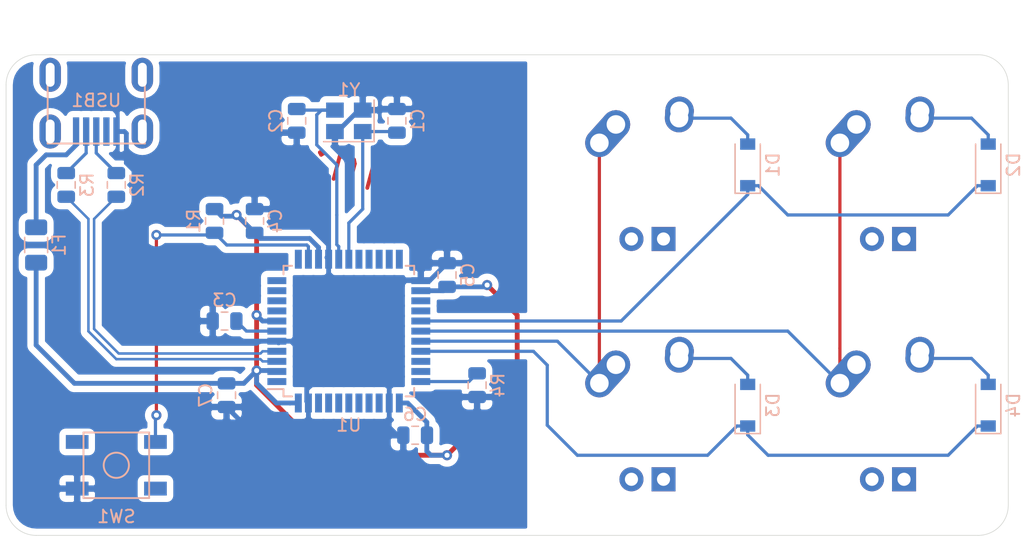
<source format=kicad_pcb>
(kicad_pcb (version 20171130) (host pcbnew "(5.1.4)-1")

  (general
    (thickness 1.6)
    (drawings 9)
    (tracks 205)
    (zones 0)
    (modules 24)
    (nets 45)
  )

  (page A4)
  (layers
    (0 F.Cu signal)
    (31 B.Cu signal)
    (32 B.Adhes user)
    (33 F.Adhes user)
    (34 B.Paste user)
    (35 F.Paste user)
    (36 B.SilkS user)
    (37 F.SilkS user)
    (38 B.Mask user)
    (39 F.Mask user)
    (40 Dwgs.User user)
    (41 Cmts.User user)
    (42 Eco1.User user)
    (43 Eco2.User user)
    (44 Edge.Cuts user)
    (45 Margin user)
    (46 B.CrtYd user)
    (47 F.CrtYd user)
    (48 B.Fab user)
    (49 F.Fab user)
  )

  (setup
    (last_trace_width 0.254)
    (trace_clearance 0.2)
    (zone_clearance 0.508)
    (zone_45_only no)
    (trace_min 0.2)
    (via_size 0.8)
    (via_drill 0.4)
    (via_min_size 0.4)
    (via_min_drill 0.3)
    (uvia_size 0.3)
    (uvia_drill 0.1)
    (uvias_allowed no)
    (uvia_min_size 0.2)
    (uvia_min_drill 0.1)
    (edge_width 0.05)
    (segment_width 0.2)
    (pcb_text_width 0.3)
    (pcb_text_size 1.5 1.5)
    (mod_edge_width 0.12)
    (mod_text_size 1 1)
    (mod_text_width 0.15)
    (pad_size 0.975 1.4)
    (pad_drill 0)
    (pad_to_mask_clearance 0.051)
    (solder_mask_min_width 0.25)
    (aux_axis_origin 0 0)
    (visible_elements 7FFFFFFF)
    (pcbplotparams
      (layerselection 0x010fc_ffffffff)
      (usegerberextensions false)
      (usegerberattributes false)
      (usegerberadvancedattributes false)
      (creategerberjobfile false)
      (excludeedgelayer true)
      (linewidth 0.100000)
      (plotframeref false)
      (viasonmask false)
      (mode 1)
      (useauxorigin false)
      (hpglpennumber 1)
      (hpglpenspeed 20)
      (hpglpendiameter 15.000000)
      (psnegative false)
      (psa4output false)
      (plotreference true)
      (plotvalue true)
      (plotinvisibletext false)
      (padsonsilk false)
      (subtractmaskfromsilk false)
      (outputformat 1)
      (mirror false)
      (drillshape 1)
      (scaleselection 1)
      (outputdirectory ""))
  )

  (net 0 "")
  (net 1 GND)
  (net 2 "Net-(C1-Pad1)")
  (net 3 "Net-(C2-Pad1)")
  (net 4 "Net-(C3-Pad1)")
  (net 5 +5V)
  (net 6 "Net-(D1-Pad2)")
  (net 7 ROW0)
  (net 8 "Net-(D2-Pad2)")
  (net 9 "Net-(D3-Pad2)")
  (net 10 ROW1)
  (net 11 "Net-(D4-Pad2)")
  (net 12 VCC)
  (net 13 COL0)
  (net 14 COL1)
  (net 15 "Net-(R1-Pad2)")
  (net 16 D+)
  (net 17 "Net-(R2-Pad1)")
  (net 18 D-)
  (net 19 "Net-(R3-Pad1)")
  (net 20 "Net-(R4-Pad2)")
  (net 21 "Net-(U1-Pad42)")
  (net 22 "Net-(U1-Pad41)")
  (net 23 "Net-(U1-Pad40)")
  (net 24 "Net-(U1-Pad39)")
  (net 25 "Net-(U1-Pad38)")
  (net 26 "Net-(U1-Pad37)")
  (net 27 "Net-(U1-Pad36)")
  (net 28 "Net-(U1-Pad32)")
  (net 29 "Net-(U1-Pad31)")
  (net 30 "Net-(U1-Pad26)")
  (net 31 "Net-(U1-Pad25)")
  (net 32 "Net-(U1-Pad22)")
  (net 33 "Net-(U1-Pad21)")
  (net 34 "Net-(U1-Pad20)")
  (net 35 "Net-(U1-Pad19)")
  (net 36 "Net-(U1-Pad18)")
  (net 37 "Net-(U1-Pad12)")
  (net 38 "Net-(U1-Pad11)")
  (net 39 "Net-(U1-Pad10)")
  (net 40 "Net-(U1-Pad9)")
  (net 41 "Net-(U1-Pad8)")
  (net 42 "Net-(U1-Pad1)")
  (net 43 "Net-(USB1-Pad6)")
  (net 44 "Net-(USB1-Pad2)")

  (net_class Default "This is the default net class."
    (clearance 0.2)
    (trace_width 0.254)
    (via_dia 0.8)
    (via_drill 0.4)
    (uvia_dia 0.3)
    (uvia_drill 0.1)
    (add_net COL0)
    (add_net COL1)
    (add_net D+)
    (add_net D-)
    (add_net "Net-(C1-Pad1)")
    (add_net "Net-(C2-Pad1)")
    (add_net "Net-(C3-Pad1)")
    (add_net "Net-(D1-Pad2)")
    (add_net "Net-(D2-Pad2)")
    (add_net "Net-(D3-Pad2)")
    (add_net "Net-(D4-Pad2)")
    (add_net "Net-(R1-Pad2)")
    (add_net "Net-(R2-Pad1)")
    (add_net "Net-(R3-Pad1)")
    (add_net "Net-(R4-Pad2)")
    (add_net "Net-(U1-Pad1)")
    (add_net "Net-(U1-Pad10)")
    (add_net "Net-(U1-Pad11)")
    (add_net "Net-(U1-Pad12)")
    (add_net "Net-(U1-Pad18)")
    (add_net "Net-(U1-Pad19)")
    (add_net "Net-(U1-Pad20)")
    (add_net "Net-(U1-Pad21)")
    (add_net "Net-(U1-Pad22)")
    (add_net "Net-(U1-Pad25)")
    (add_net "Net-(U1-Pad26)")
    (add_net "Net-(U1-Pad31)")
    (add_net "Net-(U1-Pad32)")
    (add_net "Net-(U1-Pad36)")
    (add_net "Net-(U1-Pad37)")
    (add_net "Net-(U1-Pad38)")
    (add_net "Net-(U1-Pad39)")
    (add_net "Net-(U1-Pad40)")
    (add_net "Net-(U1-Pad41)")
    (add_net "Net-(U1-Pad42)")
    (add_net "Net-(U1-Pad8)")
    (add_net "Net-(U1-Pad9)")
    (add_net "Net-(USB1-Pad2)")
    (add_net "Net-(USB1-Pad6)")
    (add_net ROW0)
    (add_net ROW1)
  )

  (net_class Power ""
    (clearance 0.2)
    (trace_width 0.381)
    (via_dia 0.8)
    (via_drill 0.4)
    (uvia_dia 0.3)
    (uvia_drill 0.1)
    (add_net +5V)
    (add_net GND)
    (add_net VCC)
  )

  (module MX_Alps_Hybrid:MX-1U (layer F.Cu) (tedit 5A9F3A9A) (tstamp 6201D550)
    (at 90.4875 68.2625)
    (path /6202C76A)
    (fp_text reference MX3 (at 0 3.175) (layer Dwgs.User)
      (effects (font (size 1 1) (thickness 0.15)))
    )
    (fp_text value MX-NoLED (at 0 -7.9375) (layer Dwgs.User)
      (effects (font (size 1 1) (thickness 0.15)))
    )
    (fp_line (start -9.525 9.525) (end -9.525 -9.525) (layer Dwgs.User) (width 0.15))
    (fp_line (start 9.525 9.525) (end -9.525 9.525) (layer Dwgs.User) (width 0.15))
    (fp_line (start 9.525 -9.525) (end 9.525 9.525) (layer Dwgs.User) (width 0.15))
    (fp_line (start -9.525 -9.525) (end 9.525 -9.525) (layer Dwgs.User) (width 0.15))
    (fp_line (start -7 -7) (end -7 -5) (layer Dwgs.User) (width 0.15))
    (fp_line (start -5 -7) (end -7 -7) (layer Dwgs.User) (width 0.15))
    (fp_line (start -7 7) (end -5 7) (layer Dwgs.User) (width 0.15))
    (fp_line (start -7 5) (end -7 7) (layer Dwgs.User) (width 0.15))
    (fp_line (start 7 7) (end 7 5) (layer Dwgs.User) (width 0.15))
    (fp_line (start 5 7) (end 7 7) (layer Dwgs.User) (width 0.15))
    (fp_line (start 7 -7) (end 7 -5) (layer Dwgs.User) (width 0.15))
    (fp_line (start 5 -7) (end 7 -7) (layer Dwgs.User) (width 0.15))
    (pad "" np_thru_hole circle (at 5.08 0 48.0996) (size 1.75 1.75) (drill 1.75) (layers *.Cu *.Mask))
    (pad "" np_thru_hole circle (at -5.08 0 48.0996) (size 1.75 1.75) (drill 1.75) (layers *.Cu *.Mask))
    (pad 4 thru_hole rect (at 1.27 5.08) (size 1.905 1.905) (drill 1.04) (layers *.Cu B.Mask))
    (pad 3 thru_hole circle (at -1.27 5.08) (size 1.905 1.905) (drill 1.04) (layers *.Cu B.Mask))
    (pad 1 thru_hole circle (at -2.5 -4) (size 2.25 2.25) (drill 1.47) (layers *.Cu B.Mask)
      (net 13 COL0))
    (pad "" np_thru_hole circle (at 0 0) (size 3.9878 3.9878) (drill 3.9878) (layers *.Cu *.Mask))
    (pad 1 thru_hole oval (at -3.81 -2.54 48.0996) (size 4.211556 2.25) (drill 1.47 (offset 0.980778 0)) (layers *.Cu B.Mask)
      (net 13 COL0))
    (pad 2 thru_hole circle (at 2.54 -5.08) (size 2.25 2.25) (drill 1.47) (layers *.Cu B.Mask)
      (net 9 "Net-(D3-Pad2)"))
    (pad 2 thru_hole oval (at 2.5 -4.5 86.0548) (size 2.831378 2.25) (drill 1.47 (offset 0.290689 0)) (layers *.Cu B.Mask)
      (net 9 "Net-(D3-Pad2)"))
  )

  (module MX_Alps_Hybrid:MX-1U (layer F.Cu) (tedit 5A9F3A9A) (tstamp 6201D567)
    (at 109.5375 68.2625)
    (path /6202E4F6)
    (fp_text reference MX4 (at 0 3.175) (layer Dwgs.User)
      (effects (font (size 1 1) (thickness 0.15)))
    )
    (fp_text value MX-NoLED (at 0 -7.9375) (layer Dwgs.User)
      (effects (font (size 1 1) (thickness 0.15)))
    )
    (fp_line (start -9.525 9.525) (end -9.525 -9.525) (layer Dwgs.User) (width 0.15))
    (fp_line (start 9.525 9.525) (end -9.525 9.525) (layer Dwgs.User) (width 0.15))
    (fp_line (start 9.525 -9.525) (end 9.525 9.525) (layer Dwgs.User) (width 0.15))
    (fp_line (start -9.525 -9.525) (end 9.525 -9.525) (layer Dwgs.User) (width 0.15))
    (fp_line (start -7 -7) (end -7 -5) (layer Dwgs.User) (width 0.15))
    (fp_line (start -5 -7) (end -7 -7) (layer Dwgs.User) (width 0.15))
    (fp_line (start -7 7) (end -5 7) (layer Dwgs.User) (width 0.15))
    (fp_line (start -7 5) (end -7 7) (layer Dwgs.User) (width 0.15))
    (fp_line (start 7 7) (end 7 5) (layer Dwgs.User) (width 0.15))
    (fp_line (start 5 7) (end 7 7) (layer Dwgs.User) (width 0.15))
    (fp_line (start 7 -7) (end 7 -5) (layer Dwgs.User) (width 0.15))
    (fp_line (start 5 -7) (end 7 -7) (layer Dwgs.User) (width 0.15))
    (pad "" np_thru_hole circle (at 5.08 0 48.0996) (size 1.75 1.75) (drill 1.75) (layers *.Cu *.Mask))
    (pad "" np_thru_hole circle (at -5.08 0 48.0996) (size 1.75 1.75) (drill 1.75) (layers *.Cu *.Mask))
    (pad 4 thru_hole rect (at 1.27 5.08) (size 1.905 1.905) (drill 1.04) (layers *.Cu B.Mask))
    (pad 3 thru_hole circle (at -1.27 5.08) (size 1.905 1.905) (drill 1.04) (layers *.Cu B.Mask))
    (pad 1 thru_hole circle (at -2.5 -4) (size 2.25 2.25) (drill 1.47) (layers *.Cu B.Mask)
      (net 14 COL1))
    (pad "" np_thru_hole circle (at 0 0) (size 3.9878 3.9878) (drill 3.9878) (layers *.Cu *.Mask))
    (pad 1 thru_hole oval (at -3.81 -2.54 48.0996) (size 4.211556 2.25) (drill 1.47 (offset 0.980778 0)) (layers *.Cu B.Mask)
      (net 14 COL1))
    (pad 2 thru_hole circle (at 2.54 -5.08) (size 2.25 2.25) (drill 1.47) (layers *.Cu B.Mask)
      (net 11 "Net-(D4-Pad2)"))
    (pad 2 thru_hole oval (at 2.5 -4.5 86.0548) (size 2.831378 2.25) (drill 1.47 (offset 0.290689 0)) (layers *.Cu B.Mask)
      (net 11 "Net-(D4-Pad2)"))
  )

  (module MX_Alps_Hybrid:MX-1U (layer F.Cu) (tedit 5A9F3A9A) (tstamp 6201D539)
    (at 109.5375 49.2125)
    (path /6202664B)
    (fp_text reference MX2 (at 0 3.175) (layer Dwgs.User)
      (effects (font (size 1 1) (thickness 0.15)))
    )
    (fp_text value MX-NoLED (at 0 -7.9375) (layer Dwgs.User)
      (effects (font (size 1 1) (thickness 0.15)))
    )
    (fp_line (start -9.525 9.525) (end -9.525 -9.525) (layer Dwgs.User) (width 0.15))
    (fp_line (start 9.525 9.525) (end -9.525 9.525) (layer Dwgs.User) (width 0.15))
    (fp_line (start 9.525 -9.525) (end 9.525 9.525) (layer Dwgs.User) (width 0.15))
    (fp_line (start -9.525 -9.525) (end 9.525 -9.525) (layer Dwgs.User) (width 0.15))
    (fp_line (start -7 -7) (end -7 -5) (layer Dwgs.User) (width 0.15))
    (fp_line (start -5 -7) (end -7 -7) (layer Dwgs.User) (width 0.15))
    (fp_line (start -7 7) (end -5 7) (layer Dwgs.User) (width 0.15))
    (fp_line (start -7 5) (end -7 7) (layer Dwgs.User) (width 0.15))
    (fp_line (start 7 7) (end 7 5) (layer Dwgs.User) (width 0.15))
    (fp_line (start 5 7) (end 7 7) (layer Dwgs.User) (width 0.15))
    (fp_line (start 7 -7) (end 7 -5) (layer Dwgs.User) (width 0.15))
    (fp_line (start 5 -7) (end 7 -7) (layer Dwgs.User) (width 0.15))
    (pad "" np_thru_hole circle (at 5.08 0 48.0996) (size 1.75 1.75) (drill 1.75) (layers *.Cu *.Mask))
    (pad "" np_thru_hole circle (at -5.08 0 48.0996) (size 1.75 1.75) (drill 1.75) (layers *.Cu *.Mask))
    (pad 4 thru_hole rect (at 1.27 5.08) (size 1.905 1.905) (drill 1.04) (layers *.Cu B.Mask))
    (pad 3 thru_hole circle (at -1.27 5.08) (size 1.905 1.905) (drill 1.04) (layers *.Cu B.Mask))
    (pad 1 thru_hole circle (at -2.5 -4) (size 2.25 2.25) (drill 1.47) (layers *.Cu B.Mask)
      (net 14 COL1))
    (pad "" np_thru_hole circle (at 0 0) (size 3.9878 3.9878) (drill 3.9878) (layers *.Cu *.Mask))
    (pad 1 thru_hole oval (at -3.81 -2.54 48.0996) (size 4.211556 2.25) (drill 1.47 (offset 0.980778 0)) (layers *.Cu B.Mask)
      (net 14 COL1))
    (pad 2 thru_hole circle (at 2.54 -5.08) (size 2.25 2.25) (drill 1.47) (layers *.Cu B.Mask)
      (net 8 "Net-(D2-Pad2)"))
    (pad 2 thru_hole oval (at 2.5 -4.5 86.0548) (size 2.831378 2.25) (drill 1.47 (offset 0.290689 0)) (layers *.Cu B.Mask)
      (net 8 "Net-(D2-Pad2)"))
  )

  (module MX_Alps_Hybrid:MX-1U (layer F.Cu) (tedit 5A9F3A9A) (tstamp 6201D522)
    (at 90.4875 49.2125)
    (path /62024221)
    (fp_text reference MX1 (at 0 3.175) (layer Dwgs.User)
      (effects (font (size 1 1) (thickness 0.15)))
    )
    (fp_text value MX-NoLED (at 0 -7.9375) (layer Dwgs.User)
      (effects (font (size 1 1) (thickness 0.15)))
    )
    (fp_line (start -9.525 9.525) (end -9.525 -9.525) (layer Dwgs.User) (width 0.15))
    (fp_line (start 9.525 9.525) (end -9.525 9.525) (layer Dwgs.User) (width 0.15))
    (fp_line (start 9.525 -9.525) (end 9.525 9.525) (layer Dwgs.User) (width 0.15))
    (fp_line (start -9.525 -9.525) (end 9.525 -9.525) (layer Dwgs.User) (width 0.15))
    (fp_line (start -7 -7) (end -7 -5) (layer Dwgs.User) (width 0.15))
    (fp_line (start -5 -7) (end -7 -7) (layer Dwgs.User) (width 0.15))
    (fp_line (start -7 7) (end -5 7) (layer Dwgs.User) (width 0.15))
    (fp_line (start -7 5) (end -7 7) (layer Dwgs.User) (width 0.15))
    (fp_line (start 7 7) (end 7 5) (layer Dwgs.User) (width 0.15))
    (fp_line (start 5 7) (end 7 7) (layer Dwgs.User) (width 0.15))
    (fp_line (start 7 -7) (end 7 -5) (layer Dwgs.User) (width 0.15))
    (fp_line (start 5 -7) (end 7 -7) (layer Dwgs.User) (width 0.15))
    (pad "" np_thru_hole circle (at 5.08 0 48.0996) (size 1.75 1.75) (drill 1.75) (layers *.Cu *.Mask))
    (pad "" np_thru_hole circle (at -5.08 0 48.0996) (size 1.75 1.75) (drill 1.75) (layers *.Cu *.Mask))
    (pad 4 thru_hole rect (at 1.27 5.08) (size 1.905 1.905) (drill 1.04) (layers *.Cu B.Mask))
    (pad 3 thru_hole circle (at -1.27 5.08) (size 1.905 1.905) (drill 1.04) (layers *.Cu B.Mask))
    (pad 1 thru_hole circle (at -2.5 -4) (size 2.25 2.25) (drill 1.47) (layers *.Cu B.Mask)
      (net 13 COL0))
    (pad "" np_thru_hole circle (at 0 0) (size 3.9878 3.9878) (drill 3.9878) (layers *.Cu *.Mask))
    (pad 1 thru_hole oval (at -3.81 -2.54 48.0996) (size 4.211556 2.25) (drill 1.47 (offset 0.980778 0)) (layers *.Cu B.Mask)
      (net 13 COL0))
    (pad 2 thru_hole circle (at 2.54 -5.08) (size 2.25 2.25) (drill 1.47) (layers *.Cu B.Mask)
      (net 6 "Net-(D1-Pad2)"))
    (pad 2 thru_hole oval (at 2.5 -4.5 86.0548) (size 2.831378 2.25) (drill 1.47 (offset 0.290689 0)) (layers *.Cu B.Mask)
      (net 6 "Net-(D1-Pad2)"))
  )

  (module Crystal:Crystal_SMD_3225-4Pin_3.2x2.5mm (layer B.Cu) (tedit 5A0FD1B2) (tstamp 6201E8A7)
    (at 66.83375 44.92625 180)
    (descr "SMD Crystal SERIES SMD3225/4 http://www.txccrystal.com/images/pdf/7m-accuracy.pdf, 3.2x2.5mm^2 package")
    (tags "SMD SMT crystal")
    (path /6202119F)
    (attr smd)
    (fp_text reference Y1 (at 0 2.45) (layer B.SilkS)
      (effects (font (size 1 1) (thickness 0.15)) (justify mirror))
    )
    (fp_text value 16MHz (at 0 -2.45) (layer B.Fab)
      (effects (font (size 1 1) (thickness 0.15)) (justify mirror))
    )
    (fp_line (start 2.1 1.7) (end -2.1 1.7) (layer B.CrtYd) (width 0.05))
    (fp_line (start 2.1 -1.7) (end 2.1 1.7) (layer B.CrtYd) (width 0.05))
    (fp_line (start -2.1 -1.7) (end 2.1 -1.7) (layer B.CrtYd) (width 0.05))
    (fp_line (start -2.1 1.7) (end -2.1 -1.7) (layer B.CrtYd) (width 0.05))
    (fp_line (start -2 -1.65) (end 2 -1.65) (layer B.SilkS) (width 0.12))
    (fp_line (start -2 1.65) (end -2 -1.65) (layer B.SilkS) (width 0.12))
    (fp_line (start -1.6 -0.25) (end -0.6 -1.25) (layer B.Fab) (width 0.1))
    (fp_line (start 1.6 1.25) (end -1.6 1.25) (layer B.Fab) (width 0.1))
    (fp_line (start 1.6 -1.25) (end 1.6 1.25) (layer B.Fab) (width 0.1))
    (fp_line (start -1.6 -1.25) (end 1.6 -1.25) (layer B.Fab) (width 0.1))
    (fp_line (start -1.6 1.25) (end -1.6 -1.25) (layer B.Fab) (width 0.1))
    (fp_text user %R (at 0 0) (layer B.Fab)
      (effects (font (size 0.7 0.7) (thickness 0.105)) (justify mirror))
    )
    (pad 4 smd rect (at -1.1 0.85 180) (size 1.4 1.2) (layers B.Cu B.Paste B.Mask)
      (net 1 GND))
    (pad 3 smd rect (at 1.1 0.85 180) (size 1.4 1.2) (layers B.Cu B.Paste B.Mask)
      (net 3 "Net-(C2-Pad1)"))
    (pad 2 smd rect (at 1.1 -0.85 180) (size 1.4 1.2) (layers B.Cu B.Paste B.Mask)
      (net 1 GND))
    (pad 1 smd rect (at -1.1 -0.85 180) (size 1.4 1.2) (layers B.Cu B.Paste B.Mask)
      (net 2 "Net-(C1-Pad1)"))
    (model ${KISYS3DMOD}/Crystal.3dshapes/Crystal_SMD_3225-4Pin_3.2x2.5mm.wrl
      (at (xyz 0 0 0))
      (scale (xyz 1 1 1))
      (rotate (xyz 0 0 0))
    )
  )

  (module random-keyboard-parts:Molex-0548190589 (layer B.Cu) (tedit 5C494815) (tstamp 6201D62C)
    (at 46.83125 41.275 270)
    (path /62018580)
    (attr smd)
    (fp_text reference USB1 (at 2.032 0) (layer B.SilkS)
      (effects (font (size 1 1) (thickness 0.15)) (justify mirror))
    )
    (fp_text value Molex-0548190589 (at -5.08 0) (layer Dwgs.User)
      (effects (font (size 1 1) (thickness 0.15)))
    )
    (fp_text user %R (at 2 0) (layer B.CrtYd)
      (effects (font (size 1 1) (thickness 0.15)) (justify mirror))
    )
    (fp_line (start 3.25 1.25) (end 5.5 1.25) (layer B.CrtYd) (width 0.15))
    (fp_line (start 5.5 0.5) (end 3.25 0.5) (layer B.CrtYd) (width 0.15))
    (fp_line (start 3.25 -0.5) (end 5.5 -0.5) (layer B.CrtYd) (width 0.15))
    (fp_line (start 5.5 -1.25) (end 3.25 -1.25) (layer B.CrtYd) (width 0.15))
    (fp_line (start 3.25 -2) (end 5.5 -2) (layer B.CrtYd) (width 0.15))
    (fp_line (start 3.25 2) (end 3.25 -2) (layer B.CrtYd) (width 0.15))
    (fp_line (start 5.5 2) (end 3.25 2) (layer B.CrtYd) (width 0.15))
    (fp_line (start -3.75 -3.75) (end -3.75 3.75) (layer B.CrtYd) (width 0.15))
    (fp_line (start 5.5 -3.75) (end -3.75 -3.75) (layer B.CrtYd) (width 0.15))
    (fp_line (start 5.5 3.75) (end 5.5 -3.75) (layer B.CrtYd) (width 0.15))
    (fp_line (start -3.75 3.75) (end 5.5 3.75) (layer B.CrtYd) (width 0.15))
    (fp_line (start 0 3.85) (end 5.45 3.85) (layer B.SilkS) (width 0.15))
    (fp_line (start 0 -3.85) (end 5.45 -3.85) (layer B.SilkS) (width 0.15))
    (fp_line (start 5.45 3.85) (end 5.45 -3.85) (layer B.SilkS) (width 0.15))
    (fp_line (start -3.75 3.85) (end 0 3.85) (layer Dwgs.User) (width 0.15))
    (fp_line (start -3.75 -3.85) (end 0 -3.85) (layer Dwgs.User) (width 0.15))
    (fp_line (start -1.75 4.572) (end -1.75 -4.572) (layer Dwgs.User) (width 0.15))
    (fp_line (start -3.75 3.85) (end -3.75 -3.85) (layer Dwgs.User) (width 0.15))
    (pad 6 thru_hole oval (at 0 3.65 270) (size 2.7 1.7) (drill oval 1.9 0.7) (layers *.Cu *.Mask)
      (net 43 "Net-(USB1-Pad6)"))
    (pad 6 thru_hole oval (at 0 -3.65 270) (size 2.7 1.7) (drill oval 1.9 0.7) (layers *.Cu *.Mask)
      (net 43 "Net-(USB1-Pad6)"))
    (pad 6 thru_hole oval (at 4.5 -3.65 270) (size 2.7 1.7) (drill oval 1.9 0.7) (layers *.Cu *.Mask)
      (net 43 "Net-(USB1-Pad6)"))
    (pad 6 thru_hole oval (at 4.5 3.65 270) (size 2.7 1.7) (drill oval 1.9 0.7) (layers *.Cu *.Mask)
      (net 43 "Net-(USB1-Pad6)"))
    (pad 5 smd rect (at 4.5 1.6 270) (size 2.25 0.5) (layers B.Cu B.Paste B.Mask)
      (net 12 VCC))
    (pad 4 smd rect (at 4.5 0.8 270) (size 2.25 0.5) (layers B.Cu B.Paste B.Mask)
      (net 18 D-))
    (pad 3 smd rect (at 4.5 0 270) (size 2.25 0.5) (layers B.Cu B.Paste B.Mask)
      (net 16 D+))
    (pad 2 smd rect (at 4.5 -0.8 270) (size 2.25 0.5) (layers B.Cu B.Paste B.Mask)
      (net 44 "Net-(USB1-Pad2)"))
    (pad 1 smd rect (at 4.5 -1.6 270) (size 2.25 0.5) (layers B.Cu B.Paste B.Mask)
      (net 1 GND))
  )

  (module Package_QFP:TQFP-44_10x10mm_P0.8mm (layer B.Cu) (tedit 62019BF3) (tstamp 6201F1CA)
    (at 66.83375 61.595)
    (descr "44-Lead Plastic Thin Quad Flatpack (PT) - 10x10x1.0 mm Body [TQFP] (see Microchip Packaging Specification 00000049BS.pdf)")
    (tags "QFP 0.8")
    (path /62004952)
    (attr smd)
    (fp_text reference U1 (at 0 7.45) (layer B.SilkS)
      (effects (font (size 1 1) (thickness 0.15)) (justify mirror))
    )
    (fp_text value ATmega32U4-AU (at 0 -7.45) (layer B.Fab)
      (effects (font (size 1 1) (thickness 0.15)) (justify mirror))
    )
    (fp_line (start -5.175 4.6) (end -6.45 4.6) (layer B.SilkS) (width 0.15))
    (fp_line (start 5.175 5.175) (end 4.5 5.175) (layer B.SilkS) (width 0.15))
    (fp_line (start 5.175 -5.175) (end 4.5 -5.175) (layer B.SilkS) (width 0.15))
    (fp_line (start -5.175 -5.175) (end -4.5 -5.175) (layer B.SilkS) (width 0.15))
    (fp_line (start -5.175 5.175) (end -4.5 5.175) (layer B.SilkS) (width 0.15))
    (fp_line (start -5.175 -5.175) (end -5.175 -4.5) (layer B.SilkS) (width 0.15))
    (fp_line (start 5.175 -5.175) (end 5.175 -4.5) (layer B.SilkS) (width 0.15))
    (fp_line (start 5.175 5.175) (end 5.175 4.5) (layer B.SilkS) (width 0.15))
    (fp_line (start -5.175 5.175) (end -5.175 4.6) (layer B.SilkS) (width 0.15))
    (fp_line (start -6.7 -6.7) (end 6.7 -6.7) (layer B.CrtYd) (width 0.05))
    (fp_line (start -6.7 6.7) (end 6.7 6.7) (layer B.CrtYd) (width 0.05))
    (fp_line (start 6.7 6.7) (end 6.7 -6.7) (layer B.CrtYd) (width 0.05))
    (fp_line (start -6.7 6.7) (end -6.7 -6.7) (layer B.CrtYd) (width 0.05))
    (fp_line (start -5 4) (end -4 5) (layer B.Fab) (width 0.15))
    (fp_line (start -5 -5) (end -5 4) (layer B.Fab) (width 0.15))
    (fp_line (start 5 -5) (end -5 -5) (layer B.Fab) (width 0.15))
    (fp_line (start 5 5) (end 5 -5) (layer B.Fab) (width 0.15))
    (fp_line (start -4 5) (end 5 5) (layer B.Fab) (width 0.15))
    (fp_text user %R (at 0 0) (layer B.Fab)
      (effects (font (size 1 1) (thickness 0.15)) (justify mirror))
    )
    (pad 44 smd rect (at -4 5.7 270) (size 1.5 0.55) (layers B.Cu B.Paste B.Mask)
      (net 5 +5V))
    (pad 43 smd rect (at -3.2 5.7 270) (size 1.5 0.55) (layers B.Cu B.Paste B.Mask)
      (net 1 GND))
    (pad 42 smd rect (at -2.4 5.7 270) (size 1.5 0.55) (layers B.Cu B.Paste B.Mask)
      (net 21 "Net-(U1-Pad42)"))
    (pad 41 smd rect (at -1.6 5.7 270) (size 1.5 0.55) (layers B.Cu B.Paste B.Mask)
      (net 22 "Net-(U1-Pad41)"))
    (pad 40 smd rect (at -0.8 5.7 270) (size 1.5 0.55) (layers B.Cu B.Paste B.Mask)
      (net 23 "Net-(U1-Pad40)"))
    (pad 39 smd rect (at 0 5.7 270) (size 1.5 0.55) (layers B.Cu B.Paste B.Mask)
      (net 24 "Net-(U1-Pad39)"))
    (pad 38 smd rect (at 0.8 5.7 270) (size 1.5 0.55) (layers B.Cu B.Paste B.Mask)
      (net 25 "Net-(U1-Pad38)"))
    (pad 37 smd rect (at 1.6 5.7 270) (size 1.5 0.55) (layers B.Cu B.Paste B.Mask)
      (net 26 "Net-(U1-Pad37)"))
    (pad 36 smd rect (at 2.4 5.7 270) (size 1.5 0.55) (layers B.Cu B.Paste B.Mask)
      (net 27 "Net-(U1-Pad36)"))
    (pad 35 smd rect (at 3.2 5.7 270) (size 1.5 0.55) (layers B.Cu B.Paste B.Mask)
      (net 1 GND))
    (pad 34 smd rect (at 4 5.7 270) (size 1.5 0.55) (layers B.Cu B.Paste B.Mask)
      (net 5 +5V))
    (pad 33 smd rect (at 5.7 4) (size 1.5 0.55) (layers B.Cu B.Paste B.Mask)
      (net 20 "Net-(R4-Pad2)"))
    (pad 32 smd rect (at 5.7 3.2) (size 1.5 0.55) (layers B.Cu B.Paste B.Mask)
      (net 28 "Net-(U1-Pad32)"))
    (pad 31 smd rect (at 5.7 2.4) (size 1.5 0.55) (layers B.Cu B.Paste B.Mask)
      (net 29 "Net-(U1-Pad31)"))
    (pad 30 smd rect (at 5.7 1.6) (size 1.5 0.55) (layers B.Cu B.Paste B.Mask)
      (net 10 ROW1))
    (pad 29 smd rect (at 5.7 0.8) (size 1.5 0.55) (layers B.Cu B.Paste B.Mask)
      (net 13 COL0))
    (pad 28 smd rect (at 5.7 0) (size 1.5 0.55) (layers B.Cu B.Paste B.Mask)
      (net 14 COL1))
    (pad 27 smd rect (at 5.7 -0.8) (size 1.5 0.55) (layers B.Cu B.Paste B.Mask)
      (net 7 ROW0))
    (pad 26 smd rect (at 5.7 -1.6) (size 1.5 0.55) (layers B.Cu B.Paste B.Mask)
      (net 30 "Net-(U1-Pad26)"))
    (pad 25 smd rect (at 5.7 -2.4) (size 1.5 0.55) (layers B.Cu B.Paste B.Mask)
      (net 31 "Net-(U1-Pad25)"))
    (pad 24 smd rect (at 5.7 -3.2) (size 1.5 0.55) (layers B.Cu B.Paste B.Mask)
      (net 5 +5V))
    (pad 23 smd rect (at 5.7 -4) (size 1.5 0.55) (layers B.Cu B.Paste B.Mask)
      (net 1 GND))
    (pad 22 smd rect (at 4 -5.7 270) (size 1.5 0.55) (layers B.Cu B.Paste B.Mask)
      (net 32 "Net-(U1-Pad22)"))
    (pad 21 smd rect (at 3.2 -5.7 270) (size 1.5 0.55) (layers B.Cu B.Paste B.Mask)
      (net 33 "Net-(U1-Pad21)"))
    (pad 20 smd rect (at 2.4 -5.7 270) (size 1.5 0.55) (layers B.Cu B.Paste B.Mask)
      (net 34 "Net-(U1-Pad20)"))
    (pad 19 smd rect (at 1.6 -5.7 270) (size 1.5 0.55) (layers B.Cu B.Paste B.Mask)
      (net 35 "Net-(U1-Pad19)"))
    (pad 18 smd rect (at 0.8 -5.7 270) (size 1.5 0.55) (layers B.Cu B.Paste B.Mask)
      (net 36 "Net-(U1-Pad18)"))
    (pad 17 smd rect (at 0 -5.7 270) (size 1.5 0.55) (layers B.Cu B.Paste B.Mask)
      (net 2 "Net-(C1-Pad1)"))
    (pad 16 smd rect (at -0.8 -5.7 270) (size 1.5 0.55) (layers B.Cu B.Paste B.Mask)
      (net 3 "Net-(C2-Pad1)"))
    (pad 15 smd rect (at -1.6 -5.7 270) (size 1.5 0.55) (layers B.Cu B.Paste B.Mask)
      (net 1 GND))
    (pad 14 smd rect (at -2.4 -5.7 270) (size 1.5 0.55) (layers B.Cu B.Paste B.Mask)
      (net 5 +5V))
    (pad 13 smd rect (at -3.2 -5.7 270) (size 1.5 0.55) (layers B.Cu B.Paste B.Mask)
      (net 15 "Net-(R1-Pad2)"))
    (pad 12 smd rect (at -4 -5.7 270) (size 1.5 0.55) (layers B.Cu B.Paste B.Mask)
      (net 37 "Net-(U1-Pad12)"))
    (pad 11 smd rect (at -5.7 -4) (size 1.5 0.55) (layers B.Cu B.Paste B.Mask)
      (net 38 "Net-(U1-Pad11)"))
    (pad 10 smd rect (at -5.7 -3.2) (size 1.5 0.55) (layers B.Cu B.Paste B.Mask)
      (net 39 "Net-(U1-Pad10)"))
    (pad 9 smd rect (at -5.7 -2.4) (size 1.5 0.55) (layers B.Cu B.Paste B.Mask)
      (net 40 "Net-(U1-Pad9)"))
    (pad 8 smd rect (at -5.7 -1.6) (size 1.5 0.55) (layers B.Cu B.Paste B.Mask)
      (net 41 "Net-(U1-Pad8)"))
    (pad 7 smd rect (at -5.7 -0.8) (size 1.5 0.55) (layers B.Cu B.Paste B.Mask)
      (net 5 +5V))
    (pad 6 smd rect (at -5.7 0) (size 1.5 0.55) (layers B.Cu B.Paste B.Mask)
      (net 4 "Net-(C3-Pad1)"))
    (pad 5 smd rect (at -5.7 0.8) (size 1.5 0.55) (layers B.Cu B.Paste B.Mask)
      (net 1 GND))
    (pad 4 smd rect (at -5.7 1.6) (size 1.5 0.55) (layers B.Cu B.Paste B.Mask)
      (net 17 "Net-(R2-Pad1)"))
    (pad 3 smd rect (at -5.7 2.4) (size 1.5 0.55) (layers B.Cu B.Paste B.Mask)
      (net 19 "Net-(R3-Pad1)"))
    (pad 2 smd rect (at -5.7 3.2) (size 1.5 0.55) (layers B.Cu B.Paste B.Mask)
      (net 5 +5V))
    (pad 1 smd rect (at -5.7 4) (size 1.5 0.55) (layers B.Cu B.Paste B.Mask)
      (net 42 "Net-(U1-Pad1)"))
    (model ${KISYS3DMOD}/Package_QFP.3dshapes/TQFP-44_10x10mm_P0.8mm.wrl
      (at (xyz 0 0 0))
      (scale (xyz 1 1 1))
      (rotate (xyz 0 0 0))
    )
  )

  (module random-keyboard-parts:SKQG-1155865 (layer B.Cu) (tedit 5E62B398) (tstamp 6201D5C9)
    (at 48.41875 72.23125 180)
    (path /620274D8)
    (attr smd)
    (fp_text reference SW1 (at 0 -4.064) (layer B.SilkS)
      (effects (font (size 1 1) (thickness 0.15)) (justify mirror))
    )
    (fp_text value SW_Push (at 0 4.064) (layer B.Fab)
      (effects (font (size 1 1) (thickness 0.15)) (justify mirror))
    )
    (fp_line (start -2.6 2.6) (end 2.6 2.6) (layer B.SilkS) (width 0.15))
    (fp_line (start 2.6 2.6) (end 2.6 -2.6) (layer B.SilkS) (width 0.15))
    (fp_line (start 2.6 -2.6) (end -2.6 -2.6) (layer B.SilkS) (width 0.15))
    (fp_line (start -2.6 -2.6) (end -2.6 2.6) (layer B.SilkS) (width 0.15))
    (fp_circle (center 0 0) (end 1 0) (layer B.SilkS) (width 0.15))
    (fp_line (start -4.2 2.6) (end 4.2 2.6) (layer B.Fab) (width 0.15))
    (fp_line (start 4.2 2.6) (end 4.2 1.2) (layer B.Fab) (width 0.15))
    (fp_line (start 4.2 1.1) (end 2.6 1.1) (layer B.Fab) (width 0.15))
    (fp_line (start 2.6 1.1) (end 2.6 -1.1) (layer B.Fab) (width 0.15))
    (fp_line (start 2.6 -1.1) (end 4.2 -1.1) (layer B.Fab) (width 0.15))
    (fp_line (start 4.2 -1.1) (end 4.2 -2.6) (layer B.Fab) (width 0.15))
    (fp_line (start 4.2 -2.6) (end -4.2 -2.6) (layer B.Fab) (width 0.15))
    (fp_line (start -4.2 -2.6) (end -4.2 -1.1) (layer B.Fab) (width 0.15))
    (fp_line (start -4.2 -1.1) (end -2.6 -1.1) (layer B.Fab) (width 0.15))
    (fp_line (start -2.6 -1.1) (end -2.6 1.1) (layer B.Fab) (width 0.15))
    (fp_line (start -2.6 1.1) (end -4.2 1.1) (layer B.Fab) (width 0.15))
    (fp_line (start -4.2 1.1) (end -4.2 2.6) (layer B.Fab) (width 0.15))
    (fp_circle (center 0 0) (end 1 0) (layer B.Fab) (width 0.15))
    (fp_line (start -2.6 1.1) (end -1.1 2.6) (layer B.Fab) (width 0.15))
    (fp_line (start 2.6 1.1) (end 1.1 2.6) (layer B.Fab) (width 0.15))
    (fp_line (start 2.6 -1.1) (end 1.1 -2.6) (layer B.Fab) (width 0.15))
    (fp_line (start -2.6 -1.1) (end -1.1 -2.6) (layer B.Fab) (width 0.15))
    (pad 4 smd rect (at -3.1 -1.85 180) (size 1.8 1.1) (layers B.Cu B.Paste B.Mask))
    (pad 3 smd rect (at 3.1 1.85 180) (size 1.8 1.1) (layers B.Cu B.Paste B.Mask))
    (pad 2 smd rect (at -3.1 1.85 180) (size 1.8 1.1) (layers B.Cu B.Paste B.Mask)
      (net 15 "Net-(R1-Pad2)"))
    (pad 1 smd rect (at 3.1 -1.85 180) (size 1.8 1.1) (layers B.Cu B.Paste B.Mask)
      (net 1 GND))
    (model ${KISYS3DMOD}/Button_Switch_SMD.3dshapes/SW_SPST_TL3342.step
      (at (xyz 0 0 0))
      (scale (xyz 1 1 1))
      (rotate (xyz 0 0 0))
    )
  )

  (module Resistor_SMD:R_0805_2012Metric (layer B.Cu) (tedit 5B36C52B) (tstamp 6201D5AB)
    (at 76.99375 65.88125 90)
    (descr "Resistor SMD 0805 (2012 Metric), square (rectangular) end terminal, IPC_7351 nominal, (Body size source: https://docs.google.com/spreadsheets/d/1BsfQQcO9C6DZCsRaXUlFlo91Tg2WpOkGARC1WS5S8t0/edit?usp=sharing), generated with kicad-footprint-generator")
    (tags resistor)
    (path /620142C9)
    (attr smd)
    (fp_text reference R4 (at 0 1.65 90) (layer B.SilkS)
      (effects (font (size 1 1) (thickness 0.15)) (justify mirror))
    )
    (fp_text value 10k (at 0 -1.65 90) (layer B.Fab)
      (effects (font (size 1 1) (thickness 0.15)) (justify mirror))
    )
    (fp_text user %R (at 0 0 90) (layer B.Fab)
      (effects (font (size 0.5 0.5) (thickness 0.08)) (justify mirror))
    )
    (fp_line (start 1.68 -0.95) (end -1.68 -0.95) (layer B.CrtYd) (width 0.05))
    (fp_line (start 1.68 0.95) (end 1.68 -0.95) (layer B.CrtYd) (width 0.05))
    (fp_line (start -1.68 0.95) (end 1.68 0.95) (layer B.CrtYd) (width 0.05))
    (fp_line (start -1.68 -0.95) (end -1.68 0.95) (layer B.CrtYd) (width 0.05))
    (fp_line (start -0.258578 -0.71) (end 0.258578 -0.71) (layer B.SilkS) (width 0.12))
    (fp_line (start -0.258578 0.71) (end 0.258578 0.71) (layer B.SilkS) (width 0.12))
    (fp_line (start 1 -0.6) (end -1 -0.6) (layer B.Fab) (width 0.1))
    (fp_line (start 1 0.6) (end 1 -0.6) (layer B.Fab) (width 0.1))
    (fp_line (start -1 0.6) (end 1 0.6) (layer B.Fab) (width 0.1))
    (fp_line (start -1 -0.6) (end -1 0.6) (layer B.Fab) (width 0.1))
    (pad 2 smd roundrect (at 0.9375 0 90) (size 0.975 1.4) (layers B.Cu B.Paste B.Mask) (roundrect_rratio 0.25)
      (net 20 "Net-(R4-Pad2)"))
    (pad 1 smd roundrect (at -0.9375 0 90) (size 0.975 1.4) (layers B.Cu B.Paste B.Mask) (roundrect_rratio 0.25)
      (net 1 GND))
    (model ${KISYS3DMOD}/Resistor_SMD.3dshapes/R_0805_2012Metric.wrl
      (at (xyz 0 0 0))
      (scale (xyz 1 1 1))
      (rotate (xyz 0 0 0))
    )
  )

  (module Resistor_SMD:R_0805_2012Metric (layer B.Cu) (tedit 6201A0D1) (tstamp 6201F764)
    (at 44.45 50.00625 90)
    (descr "Resistor SMD 0805 (2012 Metric), square (rectangular) end terminal, IPC_7351 nominal, (Body size source: https://docs.google.com/spreadsheets/d/1BsfQQcO9C6DZCsRaXUlFlo91Tg2WpOkGARC1WS5S8t0/edit?usp=sharing), generated with kicad-footprint-generator")
    (tags resistor)
    (path /62017980)
    (attr smd)
    (fp_text reference R3 (at 0 1.65 270) (layer B.SilkS)
      (effects (font (size 1 1) (thickness 0.15)) (justify mirror))
    )
    (fp_text value 22 (at 0 -1.65 270) (layer B.Fab)
      (effects (font (size 1 1) (thickness 0.15)) (justify mirror))
    )
    (fp_text user %R (at 0 0 270) (layer B.Fab)
      (effects (font (size 0.5 0.5) (thickness 0.08)) (justify mirror))
    )
    (fp_line (start 1.68 -0.95) (end -1.68 -0.95) (layer B.CrtYd) (width 0.05))
    (fp_line (start 1.68 0.95) (end 1.68 -0.95) (layer B.CrtYd) (width 0.05))
    (fp_line (start -1.68 0.95) (end 1.68 0.95) (layer B.CrtYd) (width 0.05))
    (fp_line (start -1.68 -0.95) (end -1.68 0.95) (layer B.CrtYd) (width 0.05))
    (fp_line (start -0.258578 -0.71) (end 0.258578 -0.71) (layer B.SilkS) (width 0.12))
    (fp_line (start -0.258578 0.71) (end 0.258578 0.71) (layer B.SilkS) (width 0.12))
    (fp_line (start 1 -0.6) (end -1 -0.6) (layer B.Fab) (width 0.1))
    (fp_line (start 1 0.6) (end 1 -0.6) (layer B.Fab) (width 0.1))
    (fp_line (start -1 0.6) (end 1 0.6) (layer B.Fab) (width 0.1))
    (fp_line (start -1 -0.6) (end -1 0.6) (layer B.Fab) (width 0.1))
    (pad 2 smd roundrect (at 0.9375 0 90) (size 0.975 1.4) (layers B.Cu B.Paste B.Mask) (roundrect_rratio 0.25)
      (net 18 D-))
    (pad 1 smd roundrect (at -0.9375 0 90) (size 0.975 1.4) (layers B.Cu B.Paste B.Mask) (roundrect_rratio 0.25)
      (net 19 "Net-(R3-Pad1)"))
    (model ${KISYS3DMOD}/Resistor_SMD.3dshapes/R_0805_2012Metric.wrl
      (at (xyz 0 0 0))
      (scale (xyz 1 1 1))
      (rotate (xyz 0 0 0))
    )
  )

  (module Resistor_SMD:R_0805_2012Metric (layer B.Cu) (tedit 6201A0C4) (tstamp 6201F794)
    (at 48.41875 50.00625 90)
    (descr "Resistor SMD 0805 (2012 Metric), square (rectangular) end terminal, IPC_7351 nominal, (Body size source: https://docs.google.com/spreadsheets/d/1BsfQQcO9C6DZCsRaXUlFlo91Tg2WpOkGARC1WS5S8t0/edit?usp=sharing), generated with kicad-footprint-generator")
    (tags resistor)
    (path /6201673A)
    (attr smd)
    (fp_text reference R2 (at 0 1.65 90) (layer B.SilkS)
      (effects (font (size 1 1) (thickness 0.15)) (justify mirror))
    )
    (fp_text value 22 (at 0 -1.65 90) (layer B.Fab)
      (effects (font (size 1 1) (thickness 0.15)) (justify mirror))
    )
    (fp_text user %R (at 0 0 90) (layer B.Fab)
      (effects (font (size 0.5 0.5) (thickness 0.08)) (justify mirror))
    )
    (fp_line (start 1.68 -0.95) (end -1.68 -0.95) (layer B.CrtYd) (width 0.05))
    (fp_line (start 1.68 0.95) (end 1.68 -0.95) (layer B.CrtYd) (width 0.05))
    (fp_line (start -1.68 0.95) (end 1.68 0.95) (layer B.CrtYd) (width 0.05))
    (fp_line (start -1.68 -0.95) (end -1.68 0.95) (layer B.CrtYd) (width 0.05))
    (fp_line (start -0.258578 -0.71) (end 0.258578 -0.71) (layer B.SilkS) (width 0.12))
    (fp_line (start -0.258578 0.71) (end 0.258578 0.71) (layer B.SilkS) (width 0.12))
    (fp_line (start 1 -0.6) (end -1 -0.6) (layer B.Fab) (width 0.1))
    (fp_line (start 1 0.6) (end 1 -0.6) (layer B.Fab) (width 0.1))
    (fp_line (start -1 0.6) (end 1 0.6) (layer B.Fab) (width 0.1))
    (fp_line (start -1 -0.6) (end -1 0.6) (layer B.Fab) (width 0.1))
    (pad 2 smd roundrect (at 0.9375 0 90) (size 0.975 1.4) (layers B.Cu B.Paste B.Mask) (roundrect_rratio 0.25)
      (net 16 D+))
    (pad 1 smd roundrect (at -0.9375 0 90) (size 0.975 1.4) (layers B.Cu B.Paste B.Mask) (roundrect_rratio 0.25)
      (net 17 "Net-(R2-Pad1)"))
    (model ${KISYS3DMOD}/Resistor_SMD.3dshapes/R_0805_2012Metric.wrl
      (at (xyz 0 0 0))
      (scale (xyz 1 1 1))
      (rotate (xyz 0 0 0))
    )
  )

  (module Resistor_SMD:R_0805_2012Metric (layer B.Cu) (tedit 5B36C52B) (tstamp 6201F25E)
    (at 56.1975 52.86375 270)
    (descr "Resistor SMD 0805 (2012 Metric), square (rectangular) end terminal, IPC_7351 nominal, (Body size source: https://docs.google.com/spreadsheets/d/1BsfQQcO9C6DZCsRaXUlFlo91Tg2WpOkGARC1WS5S8t0/edit?usp=sharing), generated with kicad-footprint-generator")
    (tags resistor)
    (path /62029620)
    (attr smd)
    (fp_text reference R1 (at 0 1.65 270) (layer B.SilkS)
      (effects (font (size 1 1) (thickness 0.15)) (justify mirror))
    )
    (fp_text value 10k (at 0 -1.65 270) (layer B.Fab)
      (effects (font (size 1 1) (thickness 0.15)) (justify mirror))
    )
    (fp_text user %R (at 0 0 270) (layer B.Fab)
      (effects (font (size 0.5 0.5) (thickness 0.08)) (justify mirror))
    )
    (fp_line (start 1.68 -0.95) (end -1.68 -0.95) (layer B.CrtYd) (width 0.05))
    (fp_line (start 1.68 0.95) (end 1.68 -0.95) (layer B.CrtYd) (width 0.05))
    (fp_line (start -1.68 0.95) (end 1.68 0.95) (layer B.CrtYd) (width 0.05))
    (fp_line (start -1.68 -0.95) (end -1.68 0.95) (layer B.CrtYd) (width 0.05))
    (fp_line (start -0.258578 -0.71) (end 0.258578 -0.71) (layer B.SilkS) (width 0.12))
    (fp_line (start -0.258578 0.71) (end 0.258578 0.71) (layer B.SilkS) (width 0.12))
    (fp_line (start 1 -0.6) (end -1 -0.6) (layer B.Fab) (width 0.1))
    (fp_line (start 1 0.6) (end 1 -0.6) (layer B.Fab) (width 0.1))
    (fp_line (start -1 0.6) (end 1 0.6) (layer B.Fab) (width 0.1))
    (fp_line (start -1 -0.6) (end -1 0.6) (layer B.Fab) (width 0.1))
    (pad 2 smd roundrect (at 0.9375 0 270) (size 0.975 1.4) (layers B.Cu B.Paste B.Mask) (roundrect_rratio 0.25)
      (net 15 "Net-(R1-Pad2)"))
    (pad 1 smd roundrect (at -0.9375 0 270) (size 0.975 1.4) (layers B.Cu B.Paste B.Mask) (roundrect_rratio 0.25)
      (net 5 +5V))
    (model ${KISYS3DMOD}/Resistor_SMD.3dshapes/R_0805_2012Metric.wrl
      (at (xyz 0 0 0))
      (scale (xyz 1 1 1))
      (rotate (xyz 0 0 0))
    )
  )

  (module Fuse:Fuse_1206_3216Metric (layer B.Cu) (tedit 5B301BBE) (tstamp 6201F7C4)
    (at 42.06875 54.76875 90)
    (descr "Fuse SMD 1206 (3216 Metric), square (rectangular) end terminal, IPC_7351 nominal, (Body size source: http://www.tortai-tech.com/upload/download/2011102023233369053.pdf), generated with kicad-footprint-generator")
    (tags resistor)
    (path /6201AF9A)
    (attr smd)
    (fp_text reference F1 (at 0 1.82 270) (layer B.SilkS)
      (effects (font (size 1 1) (thickness 0.15)) (justify mirror))
    )
    (fp_text value 500mA (at 0 -1.82 270) (layer B.Fab)
      (effects (font (size 1 1) (thickness 0.15)) (justify mirror))
    )
    (fp_text user %R (at 0 0 270) (layer B.Fab)
      (effects (font (size 0.8 0.8) (thickness 0.12)) (justify mirror))
    )
    (fp_line (start 2.28 -1.12) (end -2.28 -1.12) (layer B.CrtYd) (width 0.05))
    (fp_line (start 2.28 1.12) (end 2.28 -1.12) (layer B.CrtYd) (width 0.05))
    (fp_line (start -2.28 1.12) (end 2.28 1.12) (layer B.CrtYd) (width 0.05))
    (fp_line (start -2.28 -1.12) (end -2.28 1.12) (layer B.CrtYd) (width 0.05))
    (fp_line (start -0.602064 -0.91) (end 0.602064 -0.91) (layer B.SilkS) (width 0.12))
    (fp_line (start -0.602064 0.91) (end 0.602064 0.91) (layer B.SilkS) (width 0.12))
    (fp_line (start 1.6 -0.8) (end -1.6 -0.8) (layer B.Fab) (width 0.1))
    (fp_line (start 1.6 0.8) (end 1.6 -0.8) (layer B.Fab) (width 0.1))
    (fp_line (start -1.6 0.8) (end 1.6 0.8) (layer B.Fab) (width 0.1))
    (fp_line (start -1.6 -0.8) (end -1.6 0.8) (layer B.Fab) (width 0.1))
    (pad 2 smd roundrect (at 1.4 0 90) (size 1.25 1.75) (layers B.Cu B.Paste B.Mask) (roundrect_rratio 0.2)
      (net 12 VCC))
    (pad 1 smd roundrect (at -1.4 0 90) (size 1.25 1.75) (layers B.Cu B.Paste B.Mask) (roundrect_rratio 0.2)
      (net 5 +5V))
    (model ${KISYS3DMOD}/Fuse.3dshapes/Fuse_1206_3216Metric.wrl
      (at (xyz 0 0 0))
      (scale (xyz 1 1 1))
      (rotate (xyz 0 0 0))
    )
  )

  (module Diode_SMD:D_SOD-123 (layer B.Cu) (tedit 58645DC7) (tstamp 6201D4FA)
    (at 117.475 67.46875 90)
    (descr SOD-123)
    (tags SOD-123)
    (path /6202F015)
    (attr smd)
    (fp_text reference D4 (at 0 2 270) (layer B.SilkS)
      (effects (font (size 1 1) (thickness 0.15)) (justify mirror))
    )
    (fp_text value SOD-123 (at 0 -2.1 270) (layer B.Fab)
      (effects (font (size 1 1) (thickness 0.15)) (justify mirror))
    )
    (fp_line (start -2.25 1) (end 1.65 1) (layer B.SilkS) (width 0.12))
    (fp_line (start -2.25 -1) (end 1.65 -1) (layer B.SilkS) (width 0.12))
    (fp_line (start -2.35 1.15) (end -2.35 -1.15) (layer B.CrtYd) (width 0.05))
    (fp_line (start 2.35 -1.15) (end -2.35 -1.15) (layer B.CrtYd) (width 0.05))
    (fp_line (start 2.35 1.15) (end 2.35 -1.15) (layer B.CrtYd) (width 0.05))
    (fp_line (start -2.35 1.15) (end 2.35 1.15) (layer B.CrtYd) (width 0.05))
    (fp_line (start -1.4 0.9) (end 1.4 0.9) (layer B.Fab) (width 0.1))
    (fp_line (start 1.4 0.9) (end 1.4 -0.9) (layer B.Fab) (width 0.1))
    (fp_line (start 1.4 -0.9) (end -1.4 -0.9) (layer B.Fab) (width 0.1))
    (fp_line (start -1.4 -0.9) (end -1.4 0.9) (layer B.Fab) (width 0.1))
    (fp_line (start -0.75 0) (end -0.35 0) (layer B.Fab) (width 0.1))
    (fp_line (start -0.35 0) (end -0.35 0.55) (layer B.Fab) (width 0.1))
    (fp_line (start -0.35 0) (end -0.35 -0.55) (layer B.Fab) (width 0.1))
    (fp_line (start -0.35 0) (end 0.25 0.4) (layer B.Fab) (width 0.1))
    (fp_line (start 0.25 0.4) (end 0.25 -0.4) (layer B.Fab) (width 0.1))
    (fp_line (start 0.25 -0.4) (end -0.35 0) (layer B.Fab) (width 0.1))
    (fp_line (start 0.25 0) (end 0.75 0) (layer B.Fab) (width 0.1))
    (fp_line (start -2.25 1) (end -2.25 -1) (layer B.SilkS) (width 0.12))
    (fp_text user %R (at 0 2 270) (layer B.Fab)
      (effects (font (size 1 1) (thickness 0.15)) (justify mirror))
    )
    (pad 2 smd rect (at 1.65 0 90) (size 0.9 1.2) (layers B.Cu B.Paste B.Mask)
      (net 11 "Net-(D4-Pad2)"))
    (pad 1 smd rect (at -1.65 0 90) (size 0.9 1.2) (layers B.Cu B.Paste B.Mask)
      (net 10 ROW1))
    (model ${KISYS3DMOD}/Diode_SMD.3dshapes/D_SOD-123.wrl
      (at (xyz 0 0 0))
      (scale (xyz 1 1 1))
      (rotate (xyz 0 0 0))
    )
  )

  (module Diode_SMD:D_SOD-123 (layer B.Cu) (tedit 58645DC7) (tstamp 6201D4E1)
    (at 98.425 67.46875 90)
    (descr SOD-123)
    (tags SOD-123)
    (path /6202CF72)
    (attr smd)
    (fp_text reference D3 (at 0 2 270) (layer B.SilkS)
      (effects (font (size 1 1) (thickness 0.15)) (justify mirror))
    )
    (fp_text value SOD-123 (at 0 -2.1 270) (layer B.Fab)
      (effects (font (size 1 1) (thickness 0.15)) (justify mirror))
    )
    (fp_line (start -2.25 1) (end 1.65 1) (layer B.SilkS) (width 0.12))
    (fp_line (start -2.25 -1) (end 1.65 -1) (layer B.SilkS) (width 0.12))
    (fp_line (start -2.35 1.15) (end -2.35 -1.15) (layer B.CrtYd) (width 0.05))
    (fp_line (start 2.35 -1.15) (end -2.35 -1.15) (layer B.CrtYd) (width 0.05))
    (fp_line (start 2.35 1.15) (end 2.35 -1.15) (layer B.CrtYd) (width 0.05))
    (fp_line (start -2.35 1.15) (end 2.35 1.15) (layer B.CrtYd) (width 0.05))
    (fp_line (start -1.4 0.9) (end 1.4 0.9) (layer B.Fab) (width 0.1))
    (fp_line (start 1.4 0.9) (end 1.4 -0.9) (layer B.Fab) (width 0.1))
    (fp_line (start 1.4 -0.9) (end -1.4 -0.9) (layer B.Fab) (width 0.1))
    (fp_line (start -1.4 -0.9) (end -1.4 0.9) (layer B.Fab) (width 0.1))
    (fp_line (start -0.75 0) (end -0.35 0) (layer B.Fab) (width 0.1))
    (fp_line (start -0.35 0) (end -0.35 0.55) (layer B.Fab) (width 0.1))
    (fp_line (start -0.35 0) (end -0.35 -0.55) (layer B.Fab) (width 0.1))
    (fp_line (start -0.35 0) (end 0.25 0.4) (layer B.Fab) (width 0.1))
    (fp_line (start 0.25 0.4) (end 0.25 -0.4) (layer B.Fab) (width 0.1))
    (fp_line (start 0.25 -0.4) (end -0.35 0) (layer B.Fab) (width 0.1))
    (fp_line (start 0.25 0) (end 0.75 0) (layer B.Fab) (width 0.1))
    (fp_line (start -2.25 1) (end -2.25 -1) (layer B.SilkS) (width 0.12))
    (fp_text user %R (at 0 2 270) (layer B.Fab)
      (effects (font (size 1 1) (thickness 0.15)) (justify mirror))
    )
    (pad 2 smd rect (at 1.65 0 90) (size 0.9 1.2) (layers B.Cu B.Paste B.Mask)
      (net 9 "Net-(D3-Pad2)"))
    (pad 1 smd rect (at -1.65 0 90) (size 0.9 1.2) (layers B.Cu B.Paste B.Mask)
      (net 10 ROW1))
    (model ${KISYS3DMOD}/Diode_SMD.3dshapes/D_SOD-123.wrl
      (at (xyz 0 0 0))
      (scale (xyz 1 1 1))
      (rotate (xyz 0 0 0))
    )
  )

  (module Diode_SMD:D_SOD-123 (layer B.Cu) (tedit 58645DC7) (tstamp 6201D4C8)
    (at 117.475 48.41875 90)
    (descr SOD-123)
    (tags SOD-123)
    (path /62027277)
    (attr smd)
    (fp_text reference D2 (at 0 2 270) (layer B.SilkS)
      (effects (font (size 1 1) (thickness 0.15)) (justify mirror))
    )
    (fp_text value SOD-123 (at 0 -2.1 270) (layer B.Fab)
      (effects (font (size 1 1) (thickness 0.15)) (justify mirror))
    )
    (fp_line (start -2.25 1) (end 1.65 1) (layer B.SilkS) (width 0.12))
    (fp_line (start -2.25 -1) (end 1.65 -1) (layer B.SilkS) (width 0.12))
    (fp_line (start -2.35 1.15) (end -2.35 -1.15) (layer B.CrtYd) (width 0.05))
    (fp_line (start 2.35 -1.15) (end -2.35 -1.15) (layer B.CrtYd) (width 0.05))
    (fp_line (start 2.35 1.15) (end 2.35 -1.15) (layer B.CrtYd) (width 0.05))
    (fp_line (start -2.35 1.15) (end 2.35 1.15) (layer B.CrtYd) (width 0.05))
    (fp_line (start -1.4 0.9) (end 1.4 0.9) (layer B.Fab) (width 0.1))
    (fp_line (start 1.4 0.9) (end 1.4 -0.9) (layer B.Fab) (width 0.1))
    (fp_line (start 1.4 -0.9) (end -1.4 -0.9) (layer B.Fab) (width 0.1))
    (fp_line (start -1.4 -0.9) (end -1.4 0.9) (layer B.Fab) (width 0.1))
    (fp_line (start -0.75 0) (end -0.35 0) (layer B.Fab) (width 0.1))
    (fp_line (start -0.35 0) (end -0.35 0.55) (layer B.Fab) (width 0.1))
    (fp_line (start -0.35 0) (end -0.35 -0.55) (layer B.Fab) (width 0.1))
    (fp_line (start -0.35 0) (end 0.25 0.4) (layer B.Fab) (width 0.1))
    (fp_line (start 0.25 0.4) (end 0.25 -0.4) (layer B.Fab) (width 0.1))
    (fp_line (start 0.25 -0.4) (end -0.35 0) (layer B.Fab) (width 0.1))
    (fp_line (start 0.25 0) (end 0.75 0) (layer B.Fab) (width 0.1))
    (fp_line (start -2.25 1) (end -2.25 -1) (layer B.SilkS) (width 0.12))
    (fp_text user %R (at 0 2 270) (layer B.Fab)
      (effects (font (size 1 1) (thickness 0.15)) (justify mirror))
    )
    (pad 2 smd rect (at 1.65 0 90) (size 0.9 1.2) (layers B.Cu B.Paste B.Mask)
      (net 8 "Net-(D2-Pad2)"))
    (pad 1 smd rect (at -1.65 0 90) (size 0.9 1.2) (layers B.Cu B.Paste B.Mask)
      (net 7 ROW0))
    (model ${KISYS3DMOD}/Diode_SMD.3dshapes/D_SOD-123.wrl
      (at (xyz 0 0 0))
      (scale (xyz 1 1 1))
      (rotate (xyz 0 0 0))
    )
  )

  (module Diode_SMD:D_SOD-123 (layer B.Cu) (tedit 58645DC7) (tstamp 6201D4AF)
    (at 98.425 48.41875 90)
    (descr SOD-123)
    (tags SOD-123)
    (path /62024CA8)
    (attr smd)
    (fp_text reference D1 (at 0 2 270) (layer B.SilkS)
      (effects (font (size 1 1) (thickness 0.15)) (justify mirror))
    )
    (fp_text value SOD-123 (at 0 -2.1 270) (layer B.Fab)
      (effects (font (size 1 1) (thickness 0.15)) (justify mirror))
    )
    (fp_line (start -2.25 1) (end 1.65 1) (layer B.SilkS) (width 0.12))
    (fp_line (start -2.25 -1) (end 1.65 -1) (layer B.SilkS) (width 0.12))
    (fp_line (start -2.35 1.15) (end -2.35 -1.15) (layer B.CrtYd) (width 0.05))
    (fp_line (start 2.35 -1.15) (end -2.35 -1.15) (layer B.CrtYd) (width 0.05))
    (fp_line (start 2.35 1.15) (end 2.35 -1.15) (layer B.CrtYd) (width 0.05))
    (fp_line (start -2.35 1.15) (end 2.35 1.15) (layer B.CrtYd) (width 0.05))
    (fp_line (start -1.4 0.9) (end 1.4 0.9) (layer B.Fab) (width 0.1))
    (fp_line (start 1.4 0.9) (end 1.4 -0.9) (layer B.Fab) (width 0.1))
    (fp_line (start 1.4 -0.9) (end -1.4 -0.9) (layer B.Fab) (width 0.1))
    (fp_line (start -1.4 -0.9) (end -1.4 0.9) (layer B.Fab) (width 0.1))
    (fp_line (start -0.75 0) (end -0.35 0) (layer B.Fab) (width 0.1))
    (fp_line (start -0.35 0) (end -0.35 0.55) (layer B.Fab) (width 0.1))
    (fp_line (start -0.35 0) (end -0.35 -0.55) (layer B.Fab) (width 0.1))
    (fp_line (start -0.35 0) (end 0.25 0.4) (layer B.Fab) (width 0.1))
    (fp_line (start 0.25 0.4) (end 0.25 -0.4) (layer B.Fab) (width 0.1))
    (fp_line (start 0.25 -0.4) (end -0.35 0) (layer B.Fab) (width 0.1))
    (fp_line (start 0.25 0) (end 0.75 0) (layer B.Fab) (width 0.1))
    (fp_line (start -2.25 1) (end -2.25 -1) (layer B.SilkS) (width 0.12))
    (fp_text user %R (at 0 2 270) (layer B.Fab)
      (effects (font (size 1 1) (thickness 0.15)) (justify mirror))
    )
    (pad 2 smd rect (at 1.65 0 90) (size 0.9 1.2) (layers B.Cu B.Paste B.Mask)
      (net 6 "Net-(D1-Pad2)"))
    (pad 1 smd rect (at -1.65 0 90) (size 0.9 1.2) (layers B.Cu B.Paste B.Mask)
      (net 7 ROW0))
    (model ${KISYS3DMOD}/Diode_SMD.3dshapes/D_SOD-123.wrl
      (at (xyz 0 0 0))
      (scale (xyz 1 1 1))
      (rotate (xyz 0 0 0))
    )
  )

  (module Capacitor_SMD:C_0805_2012Metric (layer B.Cu) (tedit 5B36C52B) (tstamp 6201F2EE)
    (at 57.15 66.675 270)
    (descr "Capacitor SMD 0805 (2012 Metric), square (rectangular) end terminal, IPC_7351 nominal, (Body size source: https://docs.google.com/spreadsheets/d/1BsfQQcO9C6DZCsRaXUlFlo91Tg2WpOkGARC1WS5S8t0/edit?usp=sharing), generated with kicad-footprint-generator")
    (tags capacitor)
    (path /6201C0EC)
    (attr smd)
    (fp_text reference C7 (at 0 1.65 90) (layer B.SilkS)
      (effects (font (size 1 1) (thickness 0.15)) (justify mirror))
    )
    (fp_text value 10uF (at 0 -1.65 90) (layer B.Fab)
      (effects (font (size 1 1) (thickness 0.15)) (justify mirror))
    )
    (fp_text user %R (at 0 0 90) (layer B.Fab)
      (effects (font (size 0.5 0.5) (thickness 0.08)) (justify mirror))
    )
    (fp_line (start 1.68 -0.95) (end -1.68 -0.95) (layer B.CrtYd) (width 0.05))
    (fp_line (start 1.68 0.95) (end 1.68 -0.95) (layer B.CrtYd) (width 0.05))
    (fp_line (start -1.68 0.95) (end 1.68 0.95) (layer B.CrtYd) (width 0.05))
    (fp_line (start -1.68 -0.95) (end -1.68 0.95) (layer B.CrtYd) (width 0.05))
    (fp_line (start -0.258578 -0.71) (end 0.258578 -0.71) (layer B.SilkS) (width 0.12))
    (fp_line (start -0.258578 0.71) (end 0.258578 0.71) (layer B.SilkS) (width 0.12))
    (fp_line (start 1 -0.6) (end -1 -0.6) (layer B.Fab) (width 0.1))
    (fp_line (start 1 0.6) (end 1 -0.6) (layer B.Fab) (width 0.1))
    (fp_line (start -1 0.6) (end 1 0.6) (layer B.Fab) (width 0.1))
    (fp_line (start -1 -0.6) (end -1 0.6) (layer B.Fab) (width 0.1))
    (pad 2 smd roundrect (at 0.9375 0 270) (size 0.975 1.4) (layers B.Cu B.Paste B.Mask) (roundrect_rratio 0.25)
      (net 1 GND))
    (pad 1 smd roundrect (at -0.9375 0 270) (size 0.975 1.4) (layers B.Cu B.Paste B.Mask) (roundrect_rratio 0.25)
      (net 5 +5V))
    (model ${KISYS3DMOD}/Capacitor_SMD.3dshapes/C_0805_2012Metric.wrl
      (at (xyz 0 0 0))
      (scale (xyz 1 1 1))
      (rotate (xyz 0 0 0))
    )
  )

  (module Capacitor_SMD:C_0805_2012Metric (layer B.Cu) (tedit 5B36C52B) (tstamp 6201F31E)
    (at 72.0875 69.85 180)
    (descr "Capacitor SMD 0805 (2012 Metric), square (rectangular) end terminal, IPC_7351 nominal, (Body size source: https://docs.google.com/spreadsheets/d/1BsfQQcO9C6DZCsRaXUlFlo91Tg2WpOkGARC1WS5S8t0/edit?usp=sharing), generated with kicad-footprint-generator")
    (tags capacitor)
    (path /6201BC57)
    (attr smd)
    (fp_text reference C6 (at 0 1.65) (layer B.SilkS)
      (effects (font (size 1 1) (thickness 0.15)) (justify mirror))
    )
    (fp_text value 0.1uF (at 0 -1.65) (layer B.Fab)
      (effects (font (size 1 1) (thickness 0.15)) (justify mirror))
    )
    (fp_text user %R (at 0 0) (layer B.Fab)
      (effects (font (size 0.5 0.5) (thickness 0.08)) (justify mirror))
    )
    (fp_line (start 1.68 -0.95) (end -1.68 -0.95) (layer B.CrtYd) (width 0.05))
    (fp_line (start 1.68 0.95) (end 1.68 -0.95) (layer B.CrtYd) (width 0.05))
    (fp_line (start -1.68 0.95) (end 1.68 0.95) (layer B.CrtYd) (width 0.05))
    (fp_line (start -1.68 -0.95) (end -1.68 0.95) (layer B.CrtYd) (width 0.05))
    (fp_line (start -0.258578 -0.71) (end 0.258578 -0.71) (layer B.SilkS) (width 0.12))
    (fp_line (start -0.258578 0.71) (end 0.258578 0.71) (layer B.SilkS) (width 0.12))
    (fp_line (start 1 -0.6) (end -1 -0.6) (layer B.Fab) (width 0.1))
    (fp_line (start 1 0.6) (end 1 -0.6) (layer B.Fab) (width 0.1))
    (fp_line (start -1 0.6) (end 1 0.6) (layer B.Fab) (width 0.1))
    (fp_line (start -1 -0.6) (end -1 0.6) (layer B.Fab) (width 0.1))
    (pad 2 smd roundrect (at 0.9375 0 180) (size 0.975 1.4) (layers B.Cu B.Paste B.Mask) (roundrect_rratio 0.25)
      (net 1 GND))
    (pad 1 smd roundrect (at -0.9375 0 180) (size 0.975 1.4) (layers B.Cu B.Paste B.Mask) (roundrect_rratio 0.25)
      (net 5 +5V))
    (model ${KISYS3DMOD}/Capacitor_SMD.3dshapes/C_0805_2012Metric.wrl
      (at (xyz 0 0 0))
      (scale (xyz 1 1 1))
      (rotate (xyz 0 0 0))
    )
  )

  (module Capacitor_SMD:C_0805_2012Metric (layer B.Cu) (tedit 5B36C52B) (tstamp 6201F2BE)
    (at 74.6125 57.15 90)
    (descr "Capacitor SMD 0805 (2012 Metric), square (rectangular) end terminal, IPC_7351 nominal, (Body size source: https://docs.google.com/spreadsheets/d/1BsfQQcO9C6DZCsRaXUlFlo91Tg2WpOkGARC1WS5S8t0/edit?usp=sharing), generated with kicad-footprint-generator")
    (tags capacitor)
    (path /6201B679)
    (attr smd)
    (fp_text reference C5 (at 0 1.65 270) (layer B.SilkS)
      (effects (font (size 1 1) (thickness 0.15)) (justify mirror))
    )
    (fp_text value 0.1uF (at 0 -1.65 270) (layer B.Fab)
      (effects (font (size 1 1) (thickness 0.15)) (justify mirror))
    )
    (fp_text user %R (at 0 0 270) (layer B.Fab)
      (effects (font (size 0.5 0.5) (thickness 0.08)) (justify mirror))
    )
    (fp_line (start 1.68 -0.95) (end -1.68 -0.95) (layer B.CrtYd) (width 0.05))
    (fp_line (start 1.68 0.95) (end 1.68 -0.95) (layer B.CrtYd) (width 0.05))
    (fp_line (start -1.68 0.95) (end 1.68 0.95) (layer B.CrtYd) (width 0.05))
    (fp_line (start -1.68 -0.95) (end -1.68 0.95) (layer B.CrtYd) (width 0.05))
    (fp_line (start -0.258578 -0.71) (end 0.258578 -0.71) (layer B.SilkS) (width 0.12))
    (fp_line (start -0.258578 0.71) (end 0.258578 0.71) (layer B.SilkS) (width 0.12))
    (fp_line (start 1 -0.6) (end -1 -0.6) (layer B.Fab) (width 0.1))
    (fp_line (start 1 0.6) (end 1 -0.6) (layer B.Fab) (width 0.1))
    (fp_line (start -1 0.6) (end 1 0.6) (layer B.Fab) (width 0.1))
    (fp_line (start -1 -0.6) (end -1 0.6) (layer B.Fab) (width 0.1))
    (pad 2 smd roundrect (at 0.9375 0 90) (size 0.975 1.4) (layers B.Cu B.Paste B.Mask) (roundrect_rratio 0.25)
      (net 1 GND))
    (pad 1 smd roundrect (at -0.9375 0 90) (size 0.975 1.4) (layers B.Cu B.Paste B.Mask) (roundrect_rratio 0.25)
      (net 5 +5V))
    (model ${KISYS3DMOD}/Capacitor_SMD.3dshapes/C_0805_2012Metric.wrl
      (at (xyz 0 0 0))
      (scale (xyz 1 1 1))
      (rotate (xyz 0 0 0))
    )
  )

  (module Capacitor_SMD:C_0805_2012Metric (layer B.Cu) (tedit 5B36C52B) (tstamp 620244C1)
    (at 59.3725 52.86375 90)
    (descr "Capacitor SMD 0805 (2012 Metric), square (rectangular) end terminal, IPC_7351 nominal, (Body size source: https://docs.google.com/spreadsheets/d/1BsfQQcO9C6DZCsRaXUlFlo91Tg2WpOkGARC1WS5S8t0/edit?usp=sharing), generated with kicad-footprint-generator")
    (tags capacitor)
    (path /6201B033)
    (attr smd)
    (fp_text reference C4 (at 0 1.65 90) (layer B.SilkS)
      (effects (font (size 1 1) (thickness 0.15)) (justify mirror))
    )
    (fp_text value 0.1uF (at 0 -1.65 90) (layer B.Fab)
      (effects (font (size 1 1) (thickness 0.15)) (justify mirror))
    )
    (fp_text user %R (at 0 0 90) (layer B.Fab)
      (effects (font (size 0.5 0.5) (thickness 0.08)) (justify mirror))
    )
    (fp_line (start 1.68 -0.95) (end -1.68 -0.95) (layer B.CrtYd) (width 0.05))
    (fp_line (start 1.68 0.95) (end 1.68 -0.95) (layer B.CrtYd) (width 0.05))
    (fp_line (start -1.68 0.95) (end 1.68 0.95) (layer B.CrtYd) (width 0.05))
    (fp_line (start -1.68 -0.95) (end -1.68 0.95) (layer B.CrtYd) (width 0.05))
    (fp_line (start -0.258578 -0.71) (end 0.258578 -0.71) (layer B.SilkS) (width 0.12))
    (fp_line (start -0.258578 0.71) (end 0.258578 0.71) (layer B.SilkS) (width 0.12))
    (fp_line (start 1 -0.6) (end -1 -0.6) (layer B.Fab) (width 0.1))
    (fp_line (start 1 0.6) (end 1 -0.6) (layer B.Fab) (width 0.1))
    (fp_line (start -1 0.6) (end 1 0.6) (layer B.Fab) (width 0.1))
    (fp_line (start -1 -0.6) (end -1 0.6) (layer B.Fab) (width 0.1))
    (pad 2 smd roundrect (at 0.9375 0 90) (size 0.975 1.4) (layers B.Cu B.Paste B.Mask) (roundrect_rratio 0.25)
      (net 1 GND))
    (pad 1 smd roundrect (at -0.9375 0 90) (size 0.975 1.4) (layers B.Cu B.Paste B.Mask) (roundrect_rratio 0.25)
      (net 5 +5V))
    (model ${KISYS3DMOD}/Capacitor_SMD.3dshapes/C_0805_2012Metric.wrl
      (at (xyz 0 0 0))
      (scale (xyz 1 1 1))
      (rotate (xyz 0 0 0))
    )
  )

  (module Capacitor_SMD:C_0805_2012Metric (layer B.Cu) (tedit 5B36C52B) (tstamp 6202423F)
    (at 56.99125 60.80125 180)
    (descr "Capacitor SMD 0805 (2012 Metric), square (rectangular) end terminal, IPC_7351 nominal, (Body size source: https://docs.google.com/spreadsheets/d/1BsfQQcO9C6DZCsRaXUlFlo91Tg2WpOkGARC1WS5S8t0/edit?usp=sharing), generated with kicad-footprint-generator")
    (tags capacitor)
    (path /62018946)
    (attr smd)
    (fp_text reference C3 (at 0 1.65) (layer B.SilkS)
      (effects (font (size 1 1) (thickness 0.15)) (justify mirror))
    )
    (fp_text value 1uF (at 0 -1.65) (layer B.Fab)
      (effects (font (size 1 1) (thickness 0.15)) (justify mirror))
    )
    (fp_text user %R (at 0 0) (layer B.Fab)
      (effects (font (size 0.5 0.5) (thickness 0.08)) (justify mirror))
    )
    (fp_line (start 1.68 -0.95) (end -1.68 -0.95) (layer B.CrtYd) (width 0.05))
    (fp_line (start 1.68 0.95) (end 1.68 -0.95) (layer B.CrtYd) (width 0.05))
    (fp_line (start -1.68 0.95) (end 1.68 0.95) (layer B.CrtYd) (width 0.05))
    (fp_line (start -1.68 -0.95) (end -1.68 0.95) (layer B.CrtYd) (width 0.05))
    (fp_line (start -0.258578 -0.71) (end 0.258578 -0.71) (layer B.SilkS) (width 0.12))
    (fp_line (start -0.258578 0.71) (end 0.258578 0.71) (layer B.SilkS) (width 0.12))
    (fp_line (start 1 -0.6) (end -1 -0.6) (layer B.Fab) (width 0.1))
    (fp_line (start 1 0.6) (end 1 -0.6) (layer B.Fab) (width 0.1))
    (fp_line (start -1 0.6) (end 1 0.6) (layer B.Fab) (width 0.1))
    (fp_line (start -1 -0.6) (end -1 0.6) (layer B.Fab) (width 0.1))
    (pad 2 smd roundrect (at 0.9375 0 180) (size 0.975 1.4) (layers B.Cu B.Paste B.Mask) (roundrect_rratio 0.25)
      (net 1 GND))
    (pad 1 smd roundrect (at -0.9375 0 180) (size 0.975 1.4) (layers B.Cu B.Paste B.Mask) (roundrect_rratio 0.25)
      (net 4 "Net-(C3-Pad1)"))
    (model ${KISYS3DMOD}/Capacitor_SMD.3dshapes/C_0805_2012Metric.wrl
      (at (xyz 0 0 0))
      (scale (xyz 1 1 1))
      (rotate (xyz 0 0 0))
    )
  )

  (module Capacitor_SMD:C_0805_2012Metric (layer B.Cu) (tedit 5B36C52B) (tstamp 6201D441)
    (at 62.70625 44.92625 270)
    (descr "Capacitor SMD 0805 (2012 Metric), square (rectangular) end terminal, IPC_7351 nominal, (Body size source: https://docs.google.com/spreadsheets/d/1BsfQQcO9C6DZCsRaXUlFlo91Tg2WpOkGARC1WS5S8t0/edit?usp=sharing), generated with kicad-footprint-generator")
    (tags capacitor)
    (path /62023BBD)
    (attr smd)
    (fp_text reference C2 (at 0 1.65 90) (layer B.SilkS)
      (effects (font (size 1 1) (thickness 0.15)) (justify mirror))
    )
    (fp_text value 22pF (at 0 -1.65 90) (layer B.Fab)
      (effects (font (size 1 1) (thickness 0.15)) (justify mirror))
    )
    (fp_text user %R (at 0 0 90) (layer B.Fab)
      (effects (font (size 0.5 0.5) (thickness 0.08)) (justify mirror))
    )
    (fp_line (start 1.68 -0.95) (end -1.68 -0.95) (layer B.CrtYd) (width 0.05))
    (fp_line (start 1.68 0.95) (end 1.68 -0.95) (layer B.CrtYd) (width 0.05))
    (fp_line (start -1.68 0.95) (end 1.68 0.95) (layer B.CrtYd) (width 0.05))
    (fp_line (start -1.68 -0.95) (end -1.68 0.95) (layer B.CrtYd) (width 0.05))
    (fp_line (start -0.258578 -0.71) (end 0.258578 -0.71) (layer B.SilkS) (width 0.12))
    (fp_line (start -0.258578 0.71) (end 0.258578 0.71) (layer B.SilkS) (width 0.12))
    (fp_line (start 1 -0.6) (end -1 -0.6) (layer B.Fab) (width 0.1))
    (fp_line (start 1 0.6) (end 1 -0.6) (layer B.Fab) (width 0.1))
    (fp_line (start -1 0.6) (end 1 0.6) (layer B.Fab) (width 0.1))
    (fp_line (start -1 -0.6) (end -1 0.6) (layer B.Fab) (width 0.1))
    (pad 2 smd roundrect (at 0.9375 0 270) (size 0.975 1.4) (layers B.Cu B.Paste B.Mask) (roundrect_rratio 0.25)
      (net 1 GND))
    (pad 1 smd roundrect (at -0.9375 0 270) (size 0.975 1.4) (layers B.Cu B.Paste B.Mask) (roundrect_rratio 0.25)
      (net 3 "Net-(C2-Pad1)"))
    (model ${KISYS3DMOD}/Capacitor_SMD.3dshapes/C_0805_2012Metric.wrl
      (at (xyz 0 0 0))
      (scale (xyz 1 1 1))
      (rotate (xyz 0 0 0))
    )
  )

  (module Capacitor_SMD:C_0805_2012Metric (layer B.Cu) (tedit 5B36C52B) (tstamp 6201D430)
    (at 70.64375 44.92625 90)
    (descr "Capacitor SMD 0805 (2012 Metric), square (rectangular) end terminal, IPC_7351 nominal, (Body size source: https://docs.google.com/spreadsheets/d/1BsfQQcO9C6DZCsRaXUlFlo91Tg2WpOkGARC1WS5S8t0/edit?usp=sharing), generated with kicad-footprint-generator")
    (tags capacitor)
    (path /62023034)
    (attr smd)
    (fp_text reference C1 (at 0 1.65 90) (layer B.SilkS)
      (effects (font (size 1 1) (thickness 0.15)) (justify mirror))
    )
    (fp_text value 22pF (at 0 -1.65 90) (layer B.Fab)
      (effects (font (size 1 1) (thickness 0.15)) (justify mirror))
    )
    (fp_text user %R (at 0 0 90) (layer B.Fab)
      (effects (font (size 0.5 0.5) (thickness 0.08)) (justify mirror))
    )
    (fp_line (start 1.68 -0.95) (end -1.68 -0.95) (layer B.CrtYd) (width 0.05))
    (fp_line (start 1.68 0.95) (end 1.68 -0.95) (layer B.CrtYd) (width 0.05))
    (fp_line (start -1.68 0.95) (end 1.68 0.95) (layer B.CrtYd) (width 0.05))
    (fp_line (start -1.68 -0.95) (end -1.68 0.95) (layer B.CrtYd) (width 0.05))
    (fp_line (start -0.258578 -0.71) (end 0.258578 -0.71) (layer B.SilkS) (width 0.12))
    (fp_line (start -0.258578 0.71) (end 0.258578 0.71) (layer B.SilkS) (width 0.12))
    (fp_line (start 1 -0.6) (end -1 -0.6) (layer B.Fab) (width 0.1))
    (fp_line (start 1 0.6) (end 1 -0.6) (layer B.Fab) (width 0.1))
    (fp_line (start -1 0.6) (end 1 0.6) (layer B.Fab) (width 0.1))
    (fp_line (start -1 -0.6) (end -1 0.6) (layer B.Fab) (width 0.1))
    (pad 2 smd roundrect (at 0.9375 0 90) (size 0.975 1.4) (layers B.Cu B.Paste B.Mask) (roundrect_rratio 0.25)
      (net 1 GND))
    (pad 1 smd roundrect (at -0.9375 0 90) (size 0.975 1.4) (layers B.Cu B.Paste B.Mask) (roundrect_rratio 0.25)
      (net 2 "Net-(C1-Pad1)"))
    (model ${KISYS3DMOD}/Capacitor_SMD.3dshapes/C_0805_2012Metric.wrl
      (at (xyz 0 0 0))
      (scale (xyz 1 1 1))
      (rotate (xyz 0 0 0))
    )
  )

  (gr_text :nice: (at 69.85 49.2125 -15) (layer F.Cu)
    (effects (font (size 3.048 3.048) (thickness 0.3048)))
  )
  (gr_line (start 42.06875 77.7875) (end 116.68125 77.7875) (layer Edge.Cuts) (width 0.05) (tstamp 6202244B))
  (gr_line (start 39.6875 42.06875) (end 39.6875 75.40625) (layer Edge.Cuts) (width 0.05) (tstamp 6202244A))
  (gr_line (start 116.68125 39.6875) (end 42.06875 39.6875) (layer Edge.Cuts) (width 0.05) (tstamp 62022449))
  (gr_line (start 119.0625 75.40625) (end 119.0625 42.06875) (layer Edge.Cuts) (width 0.05) (tstamp 62022448))
  (gr_arc (start 116.68125 75.40625) (end 116.68125 77.7875) (angle -90) (layer Edge.Cuts) (width 0.05))
  (gr_arc (start 116.68125 42.06875) (end 119.0625 42.06875) (angle -90) (layer Edge.Cuts) (width 0.05))
  (gr_arc (start 42.06875 75.40625) (end 39.6875 75.40625) (angle -90) (layer Edge.Cuts) (width 0.05))
  (gr_arc (start 42.06875 42.06875) (end 42.06875 39.6875) (angle -90) (layer Edge.Cuts) (width 0.05))

  (segment (start 67.93375 42.53375) (end 67.93375 44.07625) (width 0.381) (layer B.Cu) (net 1))
  (segment (start 67.46875 42.06875) (end 67.93375 42.53375) (width 0.381) (layer B.Cu) (net 1))
  (segment (start 65.930848 45.77625) (end 65.73375 45.77625) (width 0.381) (layer B.Cu) (net 1))
  (segment (start 67.630848 44.07625) (end 65.930848 45.77625) (width 0.381) (layer B.Cu) (net 1))
  (segment (start 67.93375 44.07625) (end 67.630848 44.07625) (width 0.381) (layer B.Cu) (net 1))
  (segment (start 65.099251 55.760501) (end 65.23375 55.895) (width 0.381) (layer B.Cu) (net 1))
  (segment (start 56.05375 60.80125) (end 56.05375 62.37499) (width 0.381) (layer B.Cu) (net 1))
  (segment (start 56.07376 62.395) (end 61.13375 62.395) (width 0.381) (layer B.Cu) (net 1))
  (segment (start 56.05375 62.37499) (end 56.07376 62.395) (width 0.381) (layer B.Cu) (net 1))
  (segment (start 70.03375 69.21875) (end 70.03375 68.426) (width 0.381) (layer B.Cu) (net 1))
  (segment (start 71.135 70.32) (end 70.03375 69.21875) (width 0.381) (layer B.Cu) (net 1))
  (segment (start 71.135 71.12) (end 71.135 70.32) (width 0.381) (layer B.Cu) (net 1))
  (segment (start 61.268249 62.529499) (end 61.13375 62.395) (width 0.381) (layer B.Cu) (net 1))
  (segment (start 70.03375 68.426) (end 70.03375 67.295) (width 0.381) (layer B.Cu) (net 1))
  (segment (start 70.043251 68.435501) (end 70.03375 68.426) (width 0.381) (layer B.Cu) (net 1))
  (segment (start 65.23375 55.895) (end 65.23375 49.35875) (width 0.381) (layer B.Cu) (net 1))
  (segment (start 65.23375 49.35875) (end 62.70625 46.83125) (width 0.381) (layer B.Cu) (net 1))
  (segment (start 63.63375 68.426) (end 63.63375 67.295) (width 0.381) (layer B.Cu) (net 1))
  (segment (start 63.63375 68.950422) (end 63.63375 68.426) (width 0.381) (layer B.Cu) (net 1))
  (segment (start 62.734172 69.85) (end 63.63375 68.950422) (width 0.381) (layer B.Cu) (net 1))
  (segment (start 59.3875 69.85) (end 62.734172 69.85) (width 0.381) (layer B.Cu) (net 1))
  (segment (start 57.15 67.6125) (end 59.3875 69.85) (width 0.381) (layer B.Cu) (net 1))
  (segment (start 71.135 72.7225) (end 71.135 71.12) (width 0.381) (layer B.Cu) (net 1))
  (segment (start 71.4375 73.025) (end 71.135 72.7225) (width 0.381) (layer B.Cu) (net 1))
  (segment (start 75.40625 73.025) (end 71.4375 73.025) (width 0.381) (layer B.Cu) (net 1))
  (segment (start 76.99375 66.81875) (end 76.99375 71.4375) (width 0.381) (layer B.Cu) (net 1))
  (segment (start 76.99375 71.4375) (end 75.40625 73.025) (width 0.381) (layer B.Cu) (net 1))
  (segment (start 63.5 67.16125) (end 63.63375 67.295) (width 0.381) (layer B.Cu) (net 1))
  (segment (start 63.5 64.29375) (end 63.5 67.16125) (width 0.381) (layer B.Cu) (net 1))
  (segment (start 69.05625 64.29375) (end 63.5 64.29375) (width 0.381) (layer B.Cu) (net 1))
  (segment (start 70.03375 67.295) (end 70.03375 65.27125) (width 0.381) (layer B.Cu) (net 1))
  (segment (start 70.03375 65.27125) (end 69.05625 64.29375) (width 0.381) (layer B.Cu) (net 1))
  (segment (start 62.26475 62.395) (end 61.13375 62.395) (width 0.381) (layer B.Cu) (net 1))
  (segment (start 63.5 63.63025) (end 62.26475 62.395) (width 0.381) (layer B.Cu) (net 1))
  (segment (start 63.5 64.29375) (end 63.5 63.63025) (width 0.381) (layer B.Cu) (net 1))
  (segment (start 70.19875 57.595) (end 72.53375 57.595) (width 0.381) (layer B.Cu) (net 1))
  (segment (start 69.05625 64.29375) (end 69.05625 58.7375) (width 0.381) (layer B.Cu) (net 1))
  (segment (start 69.05625 58.7375) (end 70.19875 57.595) (width 0.381) (layer B.Cu) (net 1))
  (segment (start 65.23375 57.026) (end 65.23375 55.895) (width 0.381) (layer B.Cu) (net 1))
  (segment (start 66.94525 58.7375) (end 65.23375 57.026) (width 0.381) (layer B.Cu) (net 1))
  (segment (start 69.05625 58.7375) (end 66.94525 58.7375) (width 0.381) (layer B.Cu) (net 1))
  (segment (start 50.803249 49.856269) (end 50.803249 58.740749) (width 0.381) (layer B.Cu) (net 1))
  (segment (start 49.2125 48.26552) (end 50.803249 49.856269) (width 0.381) (layer B.Cu) (net 1))
  (segment (start 49.2125 45.92525) (end 49.2125 48.26552) (width 0.381) (layer B.Cu) (net 1))
  (segment (start 48.43125 45.775) (end 49.06225 45.775) (width 0.381) (layer B.Cu) (net 1))
  (segment (start 49.06225 45.775) (end 49.2125 45.92525) (width 0.381) (layer B.Cu) (net 1))
  (segment (start 54.43749 62.37499) (end 56.05375 62.37499) (width 0.381) (layer B.Cu) (net 1))
  (segment (start 50.803249 58.740749) (end 54.43749 62.37499) (width 0.381) (layer B.Cu) (net 1))
  (segment (start 70.55625 44.07625) (end 70.64375 43.98875) (width 0.381) (layer B.Cu) (net 1))
  (segment (start 67.93375 44.07625) (end 70.55625 44.07625) (width 0.381) (layer B.Cu) (net 1))
  (segment (start 62.70625 46.83125) (end 62.70625 45.86375) (width 0.381) (layer B.Cu) (net 1))
  (segment (start 62.70625 45.86375) (end 61.2925 45.86375) (width 0.381) (layer B.Cu) (net 1))
  (segment (start 61.2925 45.86375) (end 61.11875 45.69) (width 0.381) (layer B.Cu) (net 1))
  (segment (start 61.11875 42.8625) (end 61.9125 42.06875) (width 0.381) (layer B.Cu) (net 1))
  (segment (start 61.11875 45.69) (end 61.11875 42.8625) (width 0.381) (layer B.Cu) (net 1))
  (segment (start 61.9125 42.06875) (end 67.46875 42.06875) (width 0.381) (layer B.Cu) (net 1))
  (segment (start 73.23 57.595) (end 74.6125 56.2125) (width 0.381) (layer B.Cu) (net 1))
  (segment (start 72.53375 57.595) (end 73.23 57.595) (width 0.381) (layer B.Cu) (net 1))
  (segment (start 45.31875 75.79875) (end 45.31875 74.08125) (width 0.381) (layer B.Cu) (net 1))
  (segment (start 45.72 76.2) (end 45.31875 75.79875) (width 0.381) (layer B.Cu) (net 1))
  (segment (start 53.34 76.2) (end 45.72 76.2) (width 0.381) (layer B.Cu) (net 1))
  (segment (start 57.15 67.6125) (end 57.15 72.39) (width 0.381) (layer B.Cu) (net 1))
  (segment (start 57.15 72.39) (end 53.34 76.2) (width 0.381) (layer B.Cu) (net 1))
  (segment (start 65.23375 54.764) (end 65.23375 55.895) (width 0.381) (layer B.Cu) (net 1))
  (segment (start 62.396 51.92625) (end 65.23375 54.764) (width 0.381) (layer B.Cu) (net 1))
  (segment (start 59.3725 51.92625) (end 62.396 51.92625) (width 0.381) (layer B.Cu) (net 1))
  (segment (start 66.83375 55.895) (end 66.83375 53.0225) (width 0.254) (layer B.Cu) (net 2))
  (segment (start 67.93375 51.9225) (end 67.93375 45.77625) (width 0.254) (layer B.Cu) (net 2))
  (segment (start 66.83375 53.0225) (end 67.93375 51.9225) (width 0.254) (layer B.Cu) (net 2))
  (segment (start 70.55625 45.77625) (end 70.64375 45.86375) (width 0.254) (layer B.Cu) (net 2))
  (segment (start 67.93375 45.77625) (end 70.55625 45.77625) (width 0.254) (layer B.Cu) (net 2))
  (segment (start 65.63375 44.07625) (end 65.73375 44.07625) (width 0.254) (layer B.Cu) (net 3))
  (segment (start 64.6675 44.07625) (end 65.73375 44.07625) (width 0.254) (layer B.Cu) (net 3))
  (segment (start 66.03375 54.891) (end 65.88125 54.7385) (width 0.254) (layer B.Cu) (net 3))
  (segment (start 65.88125 54.7385) (end 65.88125 52.3875) (width 0.254) (layer B.Cu) (net 3))
  (segment (start 66.03375 55.895) (end 66.03375 54.891) (width 0.254) (layer B.Cu) (net 3))
  (segment (start 64.29375 44.45) (end 64.6675 44.07625) (width 0.254) (layer B.Cu) (net 3))
  (segment (start 65.88125 52.3875) (end 65.88125 48.41875) (width 0.254) (layer B.Cu) (net 3))
  (segment (start 65.88125 48.41875) (end 64.29375 46.83125) (width 0.254) (layer B.Cu) (net 3))
  (segment (start 64.29375 46.83125) (end 64.29375 44.45) (width 0.254) (layer B.Cu) (net 3))
  (segment (start 62.79375 44.07625) (end 62.70625 43.98875) (width 0.254) (layer B.Cu) (net 3))
  (segment (start 65.73375 44.07625) (end 62.79375 44.07625) (width 0.254) (layer B.Cu) (net 3))
  (segment (start 58.7225 61.595) (end 61.13375 61.595) (width 0.254) (layer B.Cu) (net 4))
  (segment (start 57.92875 60.80125) (end 58.7225 61.595) (width 0.254) (layer B.Cu) (net 4))
  (segment (start 62.83375 67.295) (end 62.83375 67.77) (width 0.381) (layer B.Cu) (net 5))
  (segment (start 55.865 51.59375) (end 56.1975 51.92625) (width 0.254) (layer B.Cu) (net 5))
  (segment (start 58.053737 52.482487) (end 59.3725 53.80125) (width 0.381) (layer B.Cu) (net 5))
  (segment (start 56.1975 51.92625) (end 56.753737 52.482487) (width 0.381) (layer B.Cu) (net 5))
  (via (at 57.94375 52.3875) (size 0.8) (drill 0.4) (layers F.Cu B.Cu) (net 5))
  (segment (start 57.848763 52.482487) (end 57.94375 52.3875) (width 0.381) (layer B.Cu) (net 5))
  (segment (start 57.848763 52.482487) (end 58.053737 52.482487) (width 0.381) (layer B.Cu) (net 5))
  (segment (start 56.753737 52.482487) (end 57.848763 52.482487) (width 0.381) (layer B.Cu) (net 5))
  (via (at 59.53125 60.325) (size 0.8) (drill 0.4) (layers F.Cu B.Cu) (net 5))
  (segment (start 57.94375 52.3875) (end 59.53125 53.975) (width 0.381) (layer F.Cu) (net 5))
  (segment (start 59.53125 53.975) (end 59.53125 60.325) (width 0.381) (layer F.Cu) (net 5))
  (segment (start 60.00125 60.795) (end 61.13375 60.795) (width 0.381) (layer B.Cu) (net 5))
  (segment (start 59.53125 60.325) (end 60.00125 60.795) (width 0.381) (layer B.Cu) (net 5))
  (via (at 59.53125 64.722) (size 0.8) (drill 0.4) (layers F.Cu B.Cu) (net 5))
  (segment (start 59.53125 60.325) (end 59.53125 64.722) (width 0.381) (layer F.Cu) (net 5))
  (segment (start 61.06075 64.722) (end 61.13375 64.795) (width 0.381) (layer B.Cu) (net 5))
  (segment (start 59.53125 64.722) (end 61.06075 64.722) (width 0.381) (layer B.Cu) (net 5))
  (segment (start 58.51575 65.7375) (end 59.53125 64.722) (width 0.381) (layer B.Cu) (net 5))
  (segment (start 57.15 65.7375) (end 58.51575 65.7375) (width 0.381) (layer B.Cu) (net 5))
  (segment (start 59.53125 64.722) (end 59.53125 65.88125) (width 0.381) (layer F.Cu) (net 5))
  (via (at 74.6125 71.4375) (size 0.8) (drill 0.4) (layers F.Cu B.Cu) (net 5))
  (segment (start 59.53125 65.88125) (end 65.0875 71.4375) (width 0.381) (layer F.Cu) (net 5))
  (segment (start 65.0875 71.4375) (end 74.6125 71.4375) (width 0.381) (layer F.Cu) (net 5))
  (segment (start 73.3275 71.4375) (end 73.01 71.12) (width 0.381) (layer B.Cu) (net 5))
  (segment (start 74.6125 71.4375) (end 73.3275 71.4375) (width 0.381) (layer B.Cu) (net 5))
  (segment (start 74.6125 71.4375) (end 80.16875 65.88125) (width 0.381) (layer F.Cu) (net 5))
  (via (at 77.7875 57.94375) (size 0.8) (drill 0.4) (layers F.Cu B.Cu) (net 5))
  (segment (start 71.48975 67.295) (end 70.83375 67.295) (width 0.381) (layer B.Cu) (net 5))
  (segment (start 73.01 68.81525) (end 71.48975 67.295) (width 0.381) (layer B.Cu) (net 5))
  (segment (start 73.01 71.12) (end 73.01 68.81525) (width 0.381) (layer B.Cu) (net 5))
  (segment (start 45.1 65.7375) (end 57.15 65.7375) (width 0.381) (layer B.Cu) (net 5))
  (segment (start 42.06875 56.16875) (end 42.06875 62.70625) (width 0.381) (layer B.Cu) (net 5))
  (segment (start 42.06875 62.70625) (end 45.1 65.7375) (width 0.381) (layer B.Cu) (net 5))
  (segment (start 74.305 58.395) (end 74.6125 58.0875) (width 0.381) (layer B.Cu) (net 5))
  (segment (start 72.53375 58.395) (end 74.305 58.395) (width 0.381) (layer B.Cu) (net 5))
  (segment (start 77.64375 58.0875) (end 77.7875 57.94375) (width 0.381) (layer B.Cu) (net 5))
  (segment (start 74.6125 58.0875) (end 77.64375 58.0875) (width 0.381) (layer B.Cu) (net 5))
  (segment (start 80.16875 60.325) (end 77.7875 57.94375) (width 0.381) (layer F.Cu) (net 5))
  (segment (start 80.16875 65.88125) (end 80.16875 60.325) (width 0.381) (layer F.Cu) (net 5))
  (segment (start 62.17775 67.295) (end 62.83375 67.295) (width 0.381) (layer B.Cu) (net 5))
  (segment (start 61.105848 67.295) (end 62.17775 67.295) (width 0.381) (layer B.Cu) (net 5))
  (segment (start 59.53125 65.720402) (end 61.105848 67.295) (width 0.381) (layer B.Cu) (net 5))
  (segment (start 59.53125 64.722) (end 59.53125 65.720402) (width 0.381) (layer B.Cu) (net 5))
  (segment (start 64.43375 54.959131) (end 64.43375 55.895) (width 0.381) (layer B.Cu) (net 5))
  (segment (start 63.725859 54.25124) (end 64.43375 54.959131) (width 0.381) (layer B.Cu) (net 5))
  (segment (start 59.82249 54.25124) (end 63.725859 54.25124) (width 0.381) (layer B.Cu) (net 5))
  (segment (start 59.3725 53.80125) (end 59.82249 54.25124) (width 0.381) (layer B.Cu) (net 5))
  (segment (start 92.9875 44.7125) (end 97.1 44.7125) (width 0.254) (layer B.Cu) (net 6))
  (segment (start 98.425 46.0375) (end 98.425 46.76875) (width 0.254) (layer B.Cu) (net 6))
  (segment (start 97.1 44.7125) (end 98.425 46.0375) (width 0.254) (layer B.Cu) (net 6))
  (segment (start 99.279 50.06875) (end 101.59775 52.3875) (width 0.254) (layer B.Cu) (net 7))
  (segment (start 98.425 50.06875) (end 99.279 50.06875) (width 0.254) (layer B.Cu) (net 7))
  (segment (start 116.621 50.06875) (end 117.475 50.06875) (width 0.254) (layer B.Cu) (net 7))
  (segment (start 114.30225 52.3875) (end 116.621 50.06875) (width 0.254) (layer B.Cu) (net 7))
  (segment (start 101.59775 52.3875) (end 114.30225 52.3875) (width 0.254) (layer B.Cu) (net 7))
  (segment (start 98.425 50.77275) (end 98.425 50.06875) (width 0.254) (layer B.Cu) (net 7))
  (segment (start 88.40275 60.795) (end 98.425 50.77275) (width 0.254) (layer B.Cu) (net 7))
  (segment (start 72.53375 60.795) (end 88.40275 60.795) (width 0.254) (layer B.Cu) (net 7))
  (segment (start 112.0375 44.7125) (end 116.15 44.7125) (width 0.254) (layer B.Cu) (net 8))
  (segment (start 117.475 46.0375) (end 117.475 46.76875) (width 0.254) (layer B.Cu) (net 8))
  (segment (start 116.15 44.7125) (end 117.475 46.0375) (width 0.254) (layer B.Cu) (net 8))
  (segment (start 92.9875 63.7625) (end 97.1 63.7625) (width 0.254) (layer B.Cu) (net 9))
  (segment (start 98.425 65.0875) (end 98.425 65.81875) (width 0.254) (layer B.Cu) (net 9))
  (segment (start 97.1 63.7625) (end 98.425 65.0875) (width 0.254) (layer B.Cu) (net 9))
  (segment (start 98.425 69.82275) (end 100.03975 71.4375) (width 0.254) (layer B.Cu) (net 10))
  (segment (start 98.425 69.11875) (end 98.425 69.82275) (width 0.254) (layer B.Cu) (net 10))
  (segment (start 100.03975 71.4375) (end 114.30225 71.4375) (width 0.254) (layer B.Cu) (net 10))
  (segment (start 116.621 69.11875) (end 117.475 69.11875) (width 0.254) (layer B.Cu) (net 10))
  (segment (start 114.30225 71.4375) (end 116.621 69.11875) (width 0.254) (layer B.Cu) (net 10))
  (segment (start 97.571 69.11875) (end 98.425 69.11875) (width 0.254) (layer B.Cu) (net 10))
  (segment (start 72.53375 63.195) (end 81.45125 63.195) (width 0.254) (layer B.Cu) (net 10))
  (segment (start 81.45125 63.195) (end 82.55 64.29375) (width 0.254) (layer B.Cu) (net 10))
  (segment (start 82.55 64.29375) (end 82.55 69.05625) (width 0.254) (layer B.Cu) (net 10))
  (segment (start 84.93125 71.4375) (end 95.25225 71.4375) (width 0.254) (layer B.Cu) (net 10))
  (segment (start 82.55 69.05625) (end 84.93125 71.4375) (width 0.254) (layer B.Cu) (net 10))
  (segment (start 95.25225 71.4375) (end 97.571 69.11875) (width 0.254) (layer B.Cu) (net 10))
  (segment (start 112.0375 63.7625) (end 116.15 63.7625) (width 0.254) (layer B.Cu) (net 11))
  (segment (start 117.475 65.0875) (end 117.475 65.81875) (width 0.254) (layer B.Cu) (net 11))
  (segment (start 116.15 63.7625) (end 117.475 65.0875) (width 0.254) (layer B.Cu) (net 11))
  (segment (start 45.23125 46.81875) (end 45.23125 45.775) (width 0.381) (layer B.Cu) (net 12))
  (segment (start 45.24375 46.83125) (end 45.23125 46.81875) (width 0.381) (layer B.Cu) (net 12))
  (segment (start 44.45 47.625) (end 45.24375 46.83125) (width 0.381) (layer B.Cu) (net 12))
  (segment (start 42.8625 47.625) (end 44.45 47.625) (width 0.381) (layer B.Cu) (net 12))
  (segment (start 42.06875 53.36875) (end 42.06875 48.41875) (width 0.381) (layer B.Cu) (net 12))
  (segment (start 42.06875 48.41875) (end 42.8625 47.625) (width 0.381) (layer B.Cu) (net 12))
  (segment (start 86.6775 46.6725) (end 86.6775 65.7225) (width 0.254) (layer F.Cu) (net 13))
  (segment (start 83.35 62.395) (end 86.6775 65.7225) (width 0.254) (layer B.Cu) (net 13))
  (segment (start 72.53375 62.395) (end 83.35 62.395) (width 0.254) (layer B.Cu) (net 13))
  (segment (start 105.7275 62.9525) (end 105.7275 65.7225) (width 0.254) (layer F.Cu) (net 14))
  (segment (start 105.7275 46.6725) (end 105.7275 62.9525) (width 0.254) (layer F.Cu) (net 14))
  (segment (start 101.6 61.595) (end 105.7275 65.7225) (width 0.254) (layer B.Cu) (net 14))
  (segment (start 72.53375 61.595) (end 101.6 61.595) (width 0.254) (layer B.Cu) (net 14))
  (segment (start 63.63375 54.891) (end 63.63375 55.895) (width 0.254) (layer B.Cu) (net 15))
  (segment (start 63.5115 54.76875) (end 63.63375 54.891) (width 0.254) (layer B.Cu) (net 15))
  (segment (start 57.165 54.76875) (end 63.5115 54.76875) (width 0.254) (layer B.Cu) (net 15))
  (segment (start 56.1975 53.80125) (end 57.165 54.76875) (width 0.254) (layer B.Cu) (net 15))
  (via (at 51.59375 68.2625) (size 0.8) (drill 0.4) (layers F.Cu B.Cu) (net 15))
  (segment (start 51.51875 70.38125) (end 51.51875 68.3375) (width 0.254) (layer B.Cu) (net 15))
  (segment (start 51.51875 68.3375) (end 51.59375 68.2625) (width 0.254) (layer B.Cu) (net 15))
  (via (at 51.59375 53.975) (size 0.8) (drill 0.4) (layers F.Cu B.Cu) (net 15))
  (segment (start 51.59375 68.2625) (end 51.59375 53.975) (width 0.254) (layer F.Cu) (net 15))
  (segment (start 56.02375 53.975) (end 56.1975 53.80125) (width 0.254) (layer B.Cu) (net 15))
  (segment (start 51.59375 53.975) (end 56.02375 53.975) (width 0.254) (layer B.Cu) (net 15))
  (segment (start 46.83125 47.48125) (end 48.41875 49.06875) (width 0.254) (layer B.Cu) (net 16))
  (segment (start 46.83125 45.775) (end 46.83125 47.48125) (width 0.254) (layer B.Cu) (net 16))
  (segment (start 59.833749 63.37) (end 48.60695 63.37) (width 0.2) (layer B.Cu) (net 17))
  (segment (start 61.13375 63.195) (end 60.008749 63.195) (width 0.2) (layer B.Cu) (net 17))
  (segment (start 60.008749 63.195) (end 59.833749 63.37) (width 0.2) (layer B.Cu) (net 17))
  (segment (start 46.659375 52.703125) (end 48.41875 50.94375) (width 0.2) (layer B.Cu) (net 17))
  (segment (start 48.60695 63.37) (end 46.659375 61.422425) (width 0.2) (layer B.Cu) (net 17))
  (segment (start 46.659375 61.422425) (end 46.659375 52.703125) (width 0.2) (layer B.Cu) (net 17))
  (segment (start 46.03125 47.4875) (end 44.45 49.06875) (width 0.254) (layer B.Cu) (net 18))
  (segment (start 46.03125 45.775) (end 46.03125 47.4875) (width 0.254) (layer B.Cu) (net 18))
  (segment (start 59.833749 63.82) (end 48.42055 63.82) (width 0.2) (layer B.Cu) (net 19))
  (segment (start 60.008749 63.995) (end 59.833749 63.82) (width 0.2) (layer B.Cu) (net 19))
  (segment (start 61.13375 63.995) (end 60.008749 63.995) (width 0.2) (layer B.Cu) (net 19))
  (segment (start 46.209375 52.703125) (end 44.45 50.94375) (width 0.2) (layer B.Cu) (net 19))
  (segment (start 46.209375 61.608825) (end 46.209375 52.703125) (width 0.2) (layer B.Cu) (net 19))
  (segment (start 48.42055 63.82) (end 46.209375 61.608825) (width 0.2) (layer B.Cu) (net 19))
  (segment (start 76.3425 65.595) (end 72.53375 65.595) (width 0.254) (layer B.Cu) (net 20))
  (segment (start 76.99375 64.94375) (end 76.3425 65.595) (width 0.254) (layer B.Cu) (net 20))

  (zone (net 1) (net_name GND) (layer B.Cu) (tstamp 62042EFF) (hatch edge 0.508)
    (connect_pads (clearance 0.508))
    (min_thickness 0.254)
    (fill yes (arc_segments 32) (thermal_gap 0.508) (thermal_bridge_width 0.508))
    (polygon
      (pts
        (xy 80.9625 39.6875) (xy 39.6875 39.6875) (xy 39.6875 77.7875) (xy 80.9625 77.7875)
      )
    )
    (filled_polygon
      (pts
        (xy 49.017737 40.483889) (xy 48.99625 40.70205) (xy 48.99625 41.847949) (xy 49.017737 42.06611) (xy 49.102651 42.346033)
        (xy 49.240544 42.604013) (xy 49.426116 42.830134) (xy 49.652236 43.015706) (xy 49.910216 43.153599) (xy 50.190139 43.238513)
        (xy 50.48125 43.267185) (xy 50.77236 43.238513) (xy 51.052283 43.153599) (xy 51.310263 43.015706) (xy 51.536384 42.830134)
        (xy 51.721956 42.604014) (xy 51.859849 42.346034) (xy 51.944763 42.066111) (xy 51.96625 41.84795) (xy 51.96625 40.70205)
        (xy 51.944763 40.483889) (xy 51.90339 40.3475) (xy 80.8355 40.3475) (xy 80.8355 60.033) (xy 73.921822 60.033)
        (xy 73.921822 59.72) (xy 73.909562 59.595518) (xy 73.909405 59.595) (xy 73.909562 59.594482) (xy 73.921822 59.47)
        (xy 73.921822 59.2205) (xy 74.26445 59.2205) (xy 74.305 59.224494) (xy 74.34555 59.2205) (xy 74.345553 59.2205)
        (xy 74.420973 59.213072) (xy 75.06875 59.213072) (xy 75.240785 59.196128) (xy 75.406209 59.145947) (xy 75.558664 59.064458)
        (xy 75.692292 58.954792) (xy 75.72659 58.913) (xy 77.422891 58.913) (xy 77.485602 58.938976) (xy 77.685561 58.97875)
        (xy 77.889439 58.97875) (xy 78.089398 58.938976) (xy 78.277756 58.860955) (xy 78.447274 58.747687) (xy 78.591437 58.603524)
        (xy 78.704705 58.434006) (xy 78.782726 58.245648) (xy 78.8225 58.045689) (xy 78.8225 57.841811) (xy 78.782726 57.641852)
        (xy 78.704705 57.453494) (xy 78.591437 57.283976) (xy 78.447274 57.139813) (xy 78.277756 57.026545) (xy 78.089398 56.948524)
        (xy 77.889439 56.90875) (xy 77.685561 56.90875) (xy 77.485602 56.948524) (xy 77.297244 57.026545) (xy 77.127726 57.139813)
        (xy 77.005539 57.262) (xy 75.72659 57.262) (xy 75.692292 57.220208) (xy 75.685936 57.214992) (xy 75.763685 57.151185)
        (xy 75.843037 57.054494) (xy 75.902002 56.94418) (xy 75.938312 56.824482) (xy 75.950572 56.7) (xy 75.9475 56.49825)
        (xy 75.78875 56.3395) (xy 74.7395 56.3395) (xy 74.7395 56.3595) (xy 74.4855 56.3595) (xy 74.4855 56.3395)
        (xy 73.43625 56.3395) (xy 73.2775 56.49825) (xy 73.274702 56.681975) (xy 72.8195 56.685) (xy 72.66075 56.84375)
        (xy 72.66075 57.468) (xy 72.68075 57.468) (xy 72.68075 57.481928) (xy 71.78375 57.481928) (xy 71.659268 57.494188)
        (xy 71.53957 57.530498) (xy 71.429256 57.589463) (xy 71.332565 57.668815) (xy 71.253213 57.765506) (xy 71.240833 57.788667)
        (xy 71.14875 57.88075) (xy 71.158296 57.994337) (xy 71.157938 57.995518) (xy 71.145678 58.12) (xy 71.145678 58.67)
        (xy 71.157938 58.794482) (xy 71.158095 58.795) (xy 71.157938 58.795518) (xy 71.145678 58.92) (xy 71.145678 59.47)
        (xy 71.157938 59.594482) (xy 71.158095 59.595) (xy 71.157938 59.595518) (xy 71.145678 59.72) (xy 71.145678 60.27)
        (xy 71.157938 60.394482) (xy 71.158095 60.395) (xy 71.157938 60.395518) (xy 71.145678 60.52) (xy 71.145678 61.07)
        (xy 71.157938 61.194482) (xy 71.158095 61.195) (xy 71.157938 61.195518) (xy 71.145678 61.32) (xy 71.145678 61.87)
        (xy 71.157938 61.994482) (xy 71.158095 61.995) (xy 71.157938 61.995518) (xy 71.145678 62.12) (xy 71.145678 62.67)
        (xy 71.157938 62.794482) (xy 71.158095 62.795) (xy 71.157938 62.795518) (xy 71.145678 62.92) (xy 71.145678 63.47)
        (xy 71.157938 63.594482) (xy 71.158095 63.595) (xy 71.157938 63.595518) (xy 71.145678 63.72) (xy 71.145678 64.27)
        (xy 71.157938 64.394482) (xy 71.158095 64.395) (xy 71.157938 64.395518) (xy 71.145678 64.52) (xy 71.145678 65.07)
        (xy 71.157938 65.194482) (xy 71.158095 65.195) (xy 71.157938 65.195518) (xy 71.145678 65.32) (xy 71.145678 65.87)
        (xy 71.149712 65.910962) (xy 71.10875 65.906928) (xy 70.55875 65.906928) (xy 70.434268 65.919188) (xy 70.433087 65.919546)
        (xy 70.3195 65.91) (xy 70.227417 66.002083) (xy 70.204256 66.014463) (xy 70.107565 66.093815) (xy 70.03375 66.183759)
        (xy 69.959935 66.093815) (xy 69.863244 66.014463) (xy 69.840083 66.002083) (xy 69.748 65.91) (xy 69.634413 65.919546)
        (xy 69.633232 65.919188) (xy 69.50875 65.906928) (xy 68.95875 65.906928) (xy 68.834268 65.919188) (xy 68.83375 65.919345)
        (xy 68.833232 65.919188) (xy 68.70875 65.906928) (xy 68.15875 65.906928) (xy 68.034268 65.919188) (xy 68.03375 65.919345)
        (xy 68.033232 65.919188) (xy 67.90875 65.906928) (xy 67.35875 65.906928) (xy 67.234268 65.919188) (xy 67.23375 65.919345)
        (xy 67.233232 65.919188) (xy 67.10875 65.906928) (xy 66.55875 65.906928) (xy 66.434268 65.919188) (xy 66.43375 65.919345)
        (xy 66.433232 65.919188) (xy 66.30875 65.906928) (xy 65.75875 65.906928) (xy 65.634268 65.919188) (xy 65.63375 65.919345)
        (xy 65.633232 65.919188) (xy 65.50875 65.906928) (xy 64.95875 65.906928) (xy 64.834268 65.919188) (xy 64.83375 65.919345)
        (xy 64.833232 65.919188) (xy 64.70875 65.906928) (xy 64.15875 65.906928) (xy 64.034268 65.919188) (xy 64.033087 65.919546)
        (xy 63.9195 65.91) (xy 63.827417 66.002083) (xy 63.804256 66.014463) (xy 63.707565 66.093815) (xy 63.63375 66.183759)
        (xy 63.559935 66.093815) (xy 63.463244 66.014463) (xy 63.440083 66.002083) (xy 63.348 65.91) (xy 63.234413 65.919546)
        (xy 63.233232 65.919188) (xy 63.10875 65.906928) (xy 62.55875 65.906928) (xy 62.517788 65.910962) (xy 62.521822 65.87)
        (xy 62.521822 65.32) (xy 62.509562 65.195518) (xy 62.509405 65.195) (xy 62.509562 65.194482) (xy 62.521822 65.07)
        (xy 62.521822 64.52) (xy 62.509562 64.395518) (xy 62.509405 64.395) (xy 62.509562 64.394482) (xy 62.521822 64.27)
        (xy 62.521822 63.72) (xy 62.509562 63.595518) (xy 62.509405 63.595) (xy 62.509562 63.594482) (xy 62.521822 63.47)
        (xy 62.521822 62.92) (xy 62.509562 62.795518) (xy 62.509204 62.794337) (xy 62.51875 62.68075) (xy 62.426667 62.588667)
        (xy 62.414287 62.565506) (xy 62.334935 62.468815) (xy 62.244991 62.395) (xy 62.334935 62.321185) (xy 62.414287 62.224494)
        (xy 62.426667 62.201333) (xy 62.51875 62.10925) (xy 62.509204 61.995663) (xy 62.509562 61.994482) (xy 62.521822 61.87)
        (xy 62.521822 61.32) (xy 62.509562 61.195518) (xy 62.509405 61.195) (xy 62.509562 61.194482) (xy 62.521822 61.07)
        (xy 62.521822 60.52) (xy 62.509562 60.395518) (xy 62.509405 60.395) (xy 62.509562 60.394482) (xy 62.521822 60.27)
        (xy 62.521822 59.72) (xy 62.509562 59.595518) (xy 62.509405 59.595) (xy 62.509562 59.594482) (xy 62.521822 59.47)
        (xy 62.521822 58.92) (xy 62.509562 58.795518) (xy 62.509405 58.795) (xy 62.509562 58.794482) (xy 62.521822 58.67)
        (xy 62.521822 58.12) (xy 62.509562 57.995518) (xy 62.509405 57.995) (xy 62.509562 57.994482) (xy 62.521822 57.87)
        (xy 62.521822 57.32) (xy 62.517788 57.279038) (xy 62.55875 57.283072) (xy 63.10875 57.283072) (xy 63.233232 57.270812)
        (xy 63.23375 57.270655) (xy 63.234268 57.270812) (xy 63.35875 57.283072) (xy 63.90875 57.283072) (xy 64.033232 57.270812)
        (xy 64.03375 57.270655) (xy 64.034268 57.270812) (xy 64.15875 57.283072) (xy 64.70875 57.283072) (xy 64.833232 57.270812)
        (xy 64.834413 57.270454) (xy 64.948 57.28) (xy 65.040083 57.187917) (xy 65.063244 57.175537) (xy 65.159935 57.096185)
        (xy 65.23375 57.006241) (xy 65.307565 57.096185) (xy 65.404256 57.175537) (xy 65.427417 57.187917) (xy 65.5195 57.28)
        (xy 65.633087 57.270454) (xy 65.634268 57.270812) (xy 65.75875 57.283072) (xy 66.30875 57.283072) (xy 66.433232 57.270812)
        (xy 66.43375 57.270655) (xy 66.434268 57.270812) (xy 66.55875 57.283072) (xy 67.10875 57.283072) (xy 67.233232 57.270812)
        (xy 67.23375 57.270655) (xy 67.234268 57.270812) (xy 67.35875 57.283072) (xy 67.90875 57.283072) (xy 68.033232 57.270812)
        (xy 68.03375 57.270655) (xy 68.034268 57.270812) (xy 68.15875 57.283072) (xy 68.70875 57.283072) (xy 68.833232 57.270812)
        (xy 68.83375 57.270655) (xy 68.834268 57.270812) (xy 68.95875 57.283072) (xy 69.50875 57.283072) (xy 69.633232 57.270812)
        (xy 69.63375 57.270655) (xy 69.634268 57.270812) (xy 69.75875 57.283072) (xy 70.30875 57.283072) (xy 70.433232 57.270812)
        (xy 70.43375 57.270655) (xy 70.434268 57.270812) (xy 70.55875 57.283072) (xy 71.10875 57.283072) (xy 71.151302 57.278881)
        (xy 71.14875 57.30925) (xy 71.3075 57.468) (xy 72.40675 57.468) (xy 72.40675 56.84375) (xy 72.248 56.685)
        (xy 71.786963 56.681936) (xy 71.742778 56.686064) (xy 71.746822 56.645) (xy 71.746822 55.725) (xy 73.274428 55.725)
        (xy 73.2775 55.92675) (xy 73.43625 56.0855) (xy 74.4855 56.0855) (xy 74.4855 55.24875) (xy 74.7395 55.24875)
        (xy 74.7395 56.0855) (xy 75.78875 56.0855) (xy 75.9475 55.92675) (xy 75.950572 55.725) (xy 75.938312 55.600518)
        (xy 75.902002 55.48082) (xy 75.843037 55.370506) (xy 75.763685 55.273815) (xy 75.666994 55.194463) (xy 75.55668 55.135498)
        (xy 75.436982 55.099188) (xy 75.3125 55.086928) (xy 74.89825 55.09) (xy 74.7395 55.24875) (xy 74.4855 55.24875)
        (xy 74.32675 55.09) (xy 73.9125 55.086928) (xy 73.788018 55.099188) (xy 73.66832 55.135498) (xy 73.558006 55.194463)
        (xy 73.461315 55.273815) (xy 73.381963 55.370506) (xy 73.322998 55.48082) (xy 73.286688 55.600518) (xy 73.274428 55.725)
        (xy 71.746822 55.725) (xy 71.746822 55.145) (xy 71.734562 55.020518) (xy 71.698252 54.90082) (xy 71.639287 54.790506)
        (xy 71.559935 54.693815) (xy 71.463244 54.614463) (xy 71.35293 54.555498) (xy 71.233232 54.519188) (xy 71.10875 54.506928)
        (xy 70.55875 54.506928) (xy 70.434268 54.519188) (xy 70.43375 54.519345) (xy 70.433232 54.519188) (xy 70.30875 54.506928)
        (xy 69.75875 54.506928) (xy 69.634268 54.519188) (xy 69.63375 54.519345) (xy 69.633232 54.519188) (xy 69.50875 54.506928)
        (xy 68.95875 54.506928) (xy 68.834268 54.519188) (xy 68.83375 54.519345) (xy 68.833232 54.519188) (xy 68.70875 54.506928)
        (xy 68.15875 54.506928) (xy 68.034268 54.519188) (xy 68.03375 54.519345) (xy 68.033232 54.519188) (xy 67.90875 54.506928)
        (xy 67.59575 54.506928) (xy 67.59575 53.33813) (xy 68.446103 52.487778) (xy 68.475172 52.463922) (xy 68.53924 52.385855)
        (xy 68.570395 52.347893) (xy 68.635722 52.225674) (xy 68.641152 52.215515) (xy 68.684724 52.071878) (xy 68.69575 51.959926)
        (xy 68.69575 51.959923) (xy 68.699436 51.9225) (xy 68.69575 51.885077) (xy 68.69575 47.008216) (xy 68.758232 47.002062)
        (xy 68.87793 46.965752) (xy 68.988244 46.906787) (xy 69.084935 46.827435) (xy 69.164287 46.730744) (xy 69.223252 46.62043)
        (xy 69.248181 46.53825) (xy 69.422668 46.53825) (xy 69.454292 46.597414) (xy 69.563958 46.731042) (xy 69.697586 46.840708)
        (xy 69.850041 46.922197) (xy 70.015465 46.972378) (xy 70.1875 46.989322) (xy 71.1 46.989322) (xy 71.272035 46.972378)
        (xy 71.437459 46.922197) (xy 71.589914 46.840708) (xy 71.723542 46.731042) (xy 71.833208 46.597414) (xy 71.914697 46.444959)
        (xy 71.964878 46.279535) (xy 71.981822 46.1075) (xy 71.981822 45.62) (xy 71.964878 45.447965) (xy 71.914697 45.282541)
        (xy 71.833208 45.130086) (xy 71.723542 44.996458) (xy 71.717186 44.991242) (xy 71.794935 44.927435) (xy 71.874287 44.830744)
        (xy 71.933252 44.72043) (xy 71.969562 44.600732) (xy 71.981822 44.47625) (xy 71.97875 44.2745) (xy 71.82 44.11575)
        (xy 70.77075 44.11575) (xy 70.77075 44.13575) (xy 70.51675 44.13575) (xy 70.51675 44.11575) (xy 69.4675 44.11575)
        (xy 69.30875 44.2745) (xy 69.305678 44.47625) (xy 69.317938 44.600732) (xy 69.354248 44.72043) (xy 69.413213 44.830744)
        (xy 69.492565 44.927435) (xy 69.570314 44.991242) (xy 69.563958 44.996458) (xy 69.549356 45.01425) (xy 69.248181 45.01425)
        (xy 69.223252 44.93207) (xy 69.220141 44.92625) (xy 69.223252 44.92043) (xy 69.259562 44.800732) (xy 69.271822 44.67625)
        (xy 69.26875 44.362) (xy 69.11 44.20325) (xy 68.06075 44.20325) (xy 68.06075 44.22325) (xy 67.80675 44.22325)
        (xy 67.80675 44.20325) (xy 67.78675 44.20325) (xy 67.78675 43.94925) (xy 67.80675 43.94925) (xy 67.80675 43)
        (xy 68.06075 43) (xy 68.06075 43.94925) (xy 69.11 43.94925) (xy 69.26875 43.7905) (xy 69.271577 43.50125)
        (xy 69.305678 43.50125) (xy 69.30875 43.703) (xy 69.4675 43.86175) (xy 70.51675 43.86175) (xy 70.51675 43.025)
        (xy 70.77075 43.025) (xy 70.77075 43.86175) (xy 71.82 43.86175) (xy 71.97875 43.703) (xy 71.981822 43.50125)
        (xy 71.969562 43.376768) (xy 71.933252 43.25707) (xy 71.874287 43.146756) (xy 71.794935 43.050065) (xy 71.698244 42.970713)
        (xy 71.58793 42.911748) (xy 71.468232 42.875438) (xy 71.34375 42.863178) (xy 70.9295 42.86625) (xy 70.77075 43.025)
        (xy 70.51675 43.025) (xy 70.358 42.86625) (xy 69.94375 42.863178) (xy 69.819268 42.875438) (xy 69.69957 42.911748)
        (xy 69.589256 42.970713) (xy 69.492565 43.050065) (xy 69.413213 43.146756) (xy 69.354248 43.25707) (xy 69.317938 43.376768)
        (xy 69.305678 43.50125) (xy 69.271577 43.50125) (xy 69.271822 43.47625) (xy 69.259562 43.351768) (xy 69.223252 43.23207)
        (xy 69.164287 43.121756) (xy 69.084935 43.025065) (xy 68.988244 42.945713) (xy 68.87793 42.886748) (xy 68.758232 42.850438)
        (xy 68.63375 42.838178) (xy 68.2195 42.84125) (xy 68.06075 43) (xy 67.80675 43) (xy 67.648 42.84125)
        (xy 67.23375 42.838178) (xy 67.109268 42.850438) (xy 66.98957 42.886748) (xy 66.879256 42.945713) (xy 66.83375 42.983059)
        (xy 66.788244 42.945713) (xy 66.67793 42.886748) (xy 66.558232 42.850438) (xy 66.43375 42.838178) (xy 65.03375 42.838178)
        (xy 64.909268 42.850438) (xy 64.78957 42.886748) (xy 64.679256 42.945713) (xy 64.582565 43.025065) (xy 64.503213 43.121756)
        (xy 64.444248 43.23207) (xy 64.419319 43.31425) (xy 63.927332 43.31425) (xy 63.895708 43.255086) (xy 63.786042 43.121458)
        (xy 63.652414 43.011792) (xy 63.499959 42.930303) (xy 63.334535 42.880122) (xy 63.1625 42.863178) (xy 62.25 42.863178)
        (xy 62.077965 42.880122) (xy 61.912541 42.930303) (xy 61.760086 43.011792) (xy 61.626458 43.121458) (xy 61.516792 43.255086)
        (xy 61.435303 43.407541) (xy 61.385122 43.572965) (xy 61.368178 43.745) (xy 61.368178 44.2325) (xy 61.385122 44.404535)
        (xy 61.435303 44.569959) (xy 61.516792 44.722414) (xy 61.626458 44.856042) (xy 61.632814 44.861258) (xy 61.555065 44.925065)
        (xy 61.475713 45.021756) (xy 61.416748 45.13207) (xy 61.380438 45.251768) (xy 61.368178 45.37625) (xy 61.37125 45.578)
        (xy 61.53 45.73675) (xy 62.57925 45.73675) (xy 62.57925 45.71675) (xy 62.83325 45.71675) (xy 62.83325 45.73675)
        (xy 62.85325 45.73675) (xy 62.85325 45.99075) (xy 62.83325 45.99075) (xy 62.83325 46.8275) (xy 62.992 46.98625)
        (xy 63.40625 46.989322) (xy 63.530732 46.977062) (xy 63.542086 46.973618) (xy 63.542776 46.980627) (xy 63.586348 47.124264)
        (xy 63.599401 47.148684) (xy 63.657105 47.256642) (xy 63.686199 47.292093) (xy 63.752328 47.372672) (xy 63.781404 47.396534)
        (xy 65.119251 48.734382) (xy 65.11925 52.424925) (xy 65.119251 52.424935) (xy 65.11925 54.493172) (xy 65.053981 54.413642)
        (xy 65.020291 54.37259) (xy 64.98879 54.346738) (xy 64.338257 53.696206) (xy 64.3124 53.664699) (xy 64.186701 53.561541)
        (xy 64.043293 53.484887) (xy 63.887685 53.437684) (xy 63.766412 53.42574) (xy 63.766409 53.42574) (xy 63.725859 53.421746)
        (xy 63.685309 53.42574) (xy 60.697595 53.42574) (xy 60.693628 53.385465) (xy 60.643447 53.220041) (xy 60.561958 53.067586)
        (xy 60.452292 52.933958) (xy 60.445936 52.928742) (xy 60.523685 52.864935) (xy 60.603037 52.768244) (xy 60.662002 52.65793)
        (xy 60.698312 52.538232) (xy 60.710572 52.41375) (xy 60.7075 52.212) (xy 60.54875 52.05325) (xy 59.4995 52.05325)
        (xy 59.4995 52.07325) (xy 59.2455 52.07325) (xy 59.2455 52.05325) (xy 59.2255 52.05325) (xy 59.2255 51.79925)
        (xy 59.2455 51.79925) (xy 59.2455 50.9625) (xy 59.4995 50.9625) (xy 59.4995 51.79925) (xy 60.54875 51.79925)
        (xy 60.7075 51.6405) (xy 60.710572 51.43875) (xy 60.698312 51.314268) (xy 60.662002 51.19457) (xy 60.603037 51.084256)
        (xy 60.523685 50.987565) (xy 60.426994 50.908213) (xy 60.31668 50.849248) (xy 60.196982 50.812938) (xy 60.0725 50.800678)
        (xy 59.65825 50.80375) (xy 59.4995 50.9625) (xy 59.2455 50.9625) (xy 59.08675 50.80375) (xy 58.6725 50.800678)
        (xy 58.548018 50.812938) (xy 58.42832 50.849248) (xy 58.318006 50.908213) (xy 58.221315 50.987565) (xy 58.141963 51.084256)
        (xy 58.082998 51.19457) (xy 58.046688 51.314268) (xy 58.042923 51.3525) (xy 57.841811 51.3525) (xy 57.641852 51.392274)
        (xy 57.500532 51.450811) (xy 57.468447 51.345041) (xy 57.386958 51.192586) (xy 57.277292 51.058958) (xy 57.143664 50.949292)
        (xy 56.991209 50.867803) (xy 56.825785 50.817622) (xy 56.65375 50.800678) (xy 55.74125 50.800678) (xy 55.569215 50.817622)
        (xy 55.403791 50.867803) (xy 55.251336 50.949292) (xy 55.117708 51.058958) (xy 55.008042 51.192586) (xy 54.926553 51.345041)
        (xy 54.876372 51.510465) (xy 54.859428 51.6825) (xy 54.859428 52.17) (xy 54.876372 52.342035) (xy 54.926553 52.507459)
        (xy 55.008042 52.659914) (xy 55.117708 52.793542) (xy 55.203256 52.86375) (xy 55.117708 52.933958) (xy 55.008042 53.067586)
        (xy 54.930316 53.213) (xy 52.295461 53.213) (xy 52.253524 53.171063) (xy 52.084006 53.057795) (xy 51.895648 52.979774)
        (xy 51.695689 52.94) (xy 51.491811 52.94) (xy 51.291852 52.979774) (xy 51.103494 53.057795) (xy 50.933976 53.171063)
        (xy 50.789813 53.315226) (xy 50.676545 53.484744) (xy 50.598524 53.673102) (xy 50.55875 53.873061) (xy 50.55875 54.076939)
        (xy 50.598524 54.276898) (xy 50.676545 54.465256) (xy 50.789813 54.634774) (xy 50.933976 54.778937) (xy 51.103494 54.892205)
        (xy 51.291852 54.970226) (xy 51.491811 55.01) (xy 51.695689 55.01) (xy 51.895648 54.970226) (xy 52.084006 54.892205)
        (xy 52.253524 54.778937) (xy 52.295461 54.737) (xy 55.201124 54.737) (xy 55.251336 54.778208) (xy 55.403791 54.859697)
        (xy 55.569215 54.909878) (xy 55.74125 54.926822) (xy 56.245442 54.926822) (xy 56.599716 55.281096) (xy 56.623578 55.310172)
        (xy 56.678438 55.355194) (xy 56.739607 55.405395) (xy 56.790172 55.432422) (xy 56.871985 55.476152) (xy 57.015622 55.519724)
        (xy 57.127574 55.53075) (xy 57.127577 55.53075) (xy 57.165 55.534436) (xy 57.202423 55.53075) (xy 61.920678 55.53075)
        (xy 61.920678 56.645) (xy 61.924712 56.685962) (xy 61.88375 56.681928) (xy 60.38375 56.681928) (xy 60.259268 56.694188)
        (xy 60.13957 56.730498) (xy 60.029256 56.789463) (xy 59.932565 56.868815) (xy 59.853213 56.965506) (xy 59.794248 57.07582)
        (xy 59.757938 57.195518) (xy 59.745678 57.32) (xy 59.745678 57.87) (xy 59.757938 57.994482) (xy 59.758095 57.995)
        (xy 59.757938 57.995518) (xy 59.745678 58.12) (xy 59.745678 58.67) (xy 59.757938 58.794482) (xy 59.758095 58.795)
        (xy 59.757938 58.795518) (xy 59.745678 58.92) (xy 59.745678 59.312375) (xy 59.633189 59.29) (xy 59.429311 59.29)
        (xy 59.229352 59.329774) (xy 59.040994 59.407795) (xy 58.871476 59.521063) (xy 58.727408 59.665131) (xy 58.662414 59.611792)
        (xy 58.509959 59.530303) (xy 58.344535 59.480122) (xy 58.1725 59.463178) (xy 57.685 59.463178) (xy 57.512965 59.480122)
        (xy 57.347541 59.530303) (xy 57.195086 59.611792) (xy 57.061458 59.721458) (xy 57.056242 59.727814) (xy 56.992435 59.650065)
        (xy 56.895744 59.570713) (xy 56.78543 59.511748) (xy 56.665732 59.475438) (xy 56.54125 59.463178) (xy 56.3395 59.46625)
        (xy 56.18075 59.625) (xy 56.18075 60.67425) (xy 56.20075 60.67425) (xy 56.20075 60.92825) (xy 56.18075 60.92825)
        (xy 56.18075 61.9775) (xy 56.3395 62.13625) (xy 56.54125 62.139322) (xy 56.665732 62.127062) (xy 56.78543 62.090752)
        (xy 56.895744 62.031787) (xy 56.992435 61.952435) (xy 57.056242 61.874686) (xy 57.061458 61.881042) (xy 57.195086 61.990708)
        (xy 57.347541 62.072197) (xy 57.512965 62.122378) (xy 57.685 62.139322) (xy 58.1725 62.139322) (xy 58.183314 62.138257)
        (xy 58.297108 62.231645) (xy 58.429485 62.302402) (xy 58.573122 62.345974) (xy 58.685074 62.357) (xy 58.685076 62.357)
        (xy 58.722499 62.360686) (xy 58.759922 62.357) (xy 59.976206 62.357) (xy 60.022509 62.395) (xy 59.939305 62.463284)
        (xy 59.864664 62.470635) (xy 59.726116 62.512663) (xy 59.598429 62.580913) (xy 59.532524 62.635) (xy 48.911397 62.635)
        (xy 47.777647 61.50125) (xy 54.928178 61.50125) (xy 54.940438 61.625732) (xy 54.976748 61.74543) (xy 55.035713 61.855744)
        (xy 55.115065 61.952435) (xy 55.211756 62.031787) (xy 55.32207 62.090752) (xy 55.441768 62.127062) (xy 55.56625 62.139322)
        (xy 55.768 62.13625) (xy 55.92675 61.9775) (xy 55.92675 60.92825) (xy 55.09 60.92825) (xy 54.93125 61.087)
        (xy 54.928178 61.50125) (xy 47.777647 61.50125) (xy 47.394375 61.117979) (xy 47.394375 60.10125) (xy 54.928178 60.10125)
        (xy 54.93125 60.5155) (xy 55.09 60.67425) (xy 55.92675 60.67425) (xy 55.92675 59.625) (xy 55.768 59.46625)
        (xy 55.56625 59.463178) (xy 55.441768 59.475438) (xy 55.32207 59.511748) (xy 55.211756 59.570713) (xy 55.115065 59.650065)
        (xy 55.035713 59.746756) (xy 54.976748 59.85707) (xy 54.940438 59.976768) (xy 54.928178 60.10125) (xy 47.394375 60.10125)
        (xy 47.394375 53.007571) (xy 48.332625 52.069322) (xy 48.875 52.069322) (xy 49.047035 52.052378) (xy 49.212459 52.002197)
        (xy 49.364914 51.920708) (xy 49.498542 51.811042) (xy 49.608208 51.677414) (xy 49.689697 51.524959) (xy 49.739878 51.359535)
        (xy 49.756822 51.1875) (xy 49.756822 50.7) (xy 49.739878 50.527965) (xy 49.689697 50.362541) (xy 49.608208 50.210086)
        (xy 49.498542 50.076458) (xy 49.412994 50.00625) (xy 49.498542 49.936042) (xy 49.608208 49.802414) (xy 49.689697 49.649959)
        (xy 49.739878 49.484535) (xy 49.756822 49.3125) (xy 49.756822 48.825) (xy 49.739878 48.652965) (xy 49.689697 48.487541)
        (xy 49.608208 48.335086) (xy 49.498542 48.201458) (xy 49.364914 48.091792) (xy 49.212459 48.010303) (xy 49.047035 47.960122)
        (xy 48.875 47.943178) (xy 48.370809 47.943178) (xy 47.958131 47.5305) (xy 48.005732 47.525812) (xy 48.030516 47.518294)
        (xy 48.049889 47.524404) (xy 48.1495 47.535) (xy 48.30825 47.37625) (xy 48.30825 47.371033) (xy 48.332435 47.351185)
        (xy 48.411787 47.254494) (xy 48.470752 47.14418) (xy 48.507062 47.024482) (xy 48.519322 46.9) (xy 48.519322 44.65)
        (xy 48.507062 44.525518) (xy 48.470752 44.40582) (xy 48.411787 44.295506) (xy 48.332435 44.198815) (xy 48.30825 44.178967)
        (xy 48.30825 44.17375) (xy 48.55425 44.17375) (xy 48.55425 45.648) (xy 48.57825 45.648) (xy 48.57825 45.902)
        (xy 48.55425 45.902) (xy 48.55425 47.37625) (xy 48.713 47.535) (xy 48.812611 47.524404) (xy 48.931902 47.486779)
        (xy 49.041561 47.426604) (xy 49.137373 47.346193) (xy 49.215656 47.248634) (xy 49.271373 47.141578) (xy 49.426116 47.330134)
        (xy 49.652236 47.515706) (xy 49.910216 47.653599) (xy 50.190139 47.738513) (xy 50.48125 47.767185) (xy 50.77236 47.738513)
        (xy 51.052283 47.653599) (xy 51.310263 47.515706) (xy 51.536384 47.330134) (xy 51.721956 47.104014) (xy 51.859849 46.846034)
        (xy 51.944763 46.566111) (xy 51.965924 46.35125) (xy 61.368178 46.35125) (xy 61.380438 46.475732) (xy 61.416748 46.59543)
        (xy 61.475713 46.705744) (xy 61.555065 46.802435) (xy 61.651756 46.881787) (xy 61.76207 46.940752) (xy 61.881768 46.977062)
        (xy 62.00625 46.989322) (xy 62.4205 46.98625) (xy 62.57925 46.8275) (xy 62.57925 45.99075) (xy 61.53 45.99075)
        (xy 61.37125 46.1495) (xy 61.368178 46.35125) (xy 51.965924 46.35125) (xy 51.96625 46.34795) (xy 51.96625 45.20205)
        (xy 51.944763 44.983889) (xy 51.859849 44.703966) (xy 51.721956 44.445986) (xy 51.536384 44.219866) (xy 51.310264 44.034294)
        (xy 51.052284 43.896401) (xy 50.772361 43.811487) (xy 50.48125 43.782815) (xy 50.19014 43.811487) (xy 49.910217 43.896401)
        (xy 49.652237 44.034294) (xy 49.426117 44.219866) (xy 49.271373 44.408421) (xy 49.215656 44.301366) (xy 49.137373 44.203807)
        (xy 49.041561 44.123396) (xy 48.931902 44.063221) (xy 48.812611 44.025596) (xy 48.713 44.015) (xy 48.55425 44.17375)
        (xy 48.30825 44.17375) (xy 48.1495 44.015) (xy 48.049889 44.025596) (xy 48.030516 44.031706) (xy 48.005732 44.024188)
        (xy 47.88125 44.011928) (xy 47.38125 44.011928) (xy 47.256768 44.024188) (xy 47.23125 44.031929) (xy 47.205732 44.024188)
        (xy 47.08125 44.011928) (xy 46.58125 44.011928) (xy 46.456768 44.024188) (xy 46.43125 44.031929) (xy 46.405732 44.024188)
        (xy 46.28125 44.011928) (xy 45.78125 44.011928) (xy 45.656768 44.024188) (xy 45.63125 44.031929) (xy 45.605732 44.024188)
        (xy 45.48125 44.011928) (xy 44.98125 44.011928) (xy 44.856768 44.024188) (xy 44.73707 44.060498) (xy 44.626756 44.119463)
        (xy 44.530065 44.198815) (xy 44.450713 44.295506) (xy 44.391748 44.40582) (xy 44.391004 44.408271) (xy 44.236384 44.219866)
        (xy 44.010264 44.034294) (xy 43.752284 43.896401) (xy 43.472361 43.811487) (xy 43.18125 43.782815) (xy 42.89014 43.811487)
        (xy 42.610217 43.896401) (xy 42.352237 44.034294) (xy 42.126117 44.219866) (xy 41.940544 44.445986) (xy 41.802651 44.703966)
        (xy 41.717737 44.983889) (xy 41.69625 45.20205) (xy 41.69625 46.347949) (xy 41.717737 46.56611) (xy 41.802651 46.846033)
        (xy 41.940544 47.104013) (xy 42.064731 47.255336) (xy 41.513711 47.806357) (xy 41.48221 47.832209) (xy 41.456359 47.863709)
        (xy 41.379051 47.957908) (xy 41.302397 48.101317) (xy 41.255195 48.256924) (xy 41.239256 48.41875) (xy 41.243251 48.45931)
        (xy 41.24325 52.131007) (xy 41.1039 52.173278) (xy 40.950364 52.255345) (xy 40.815788 52.365788) (xy 40.705345 52.500364)
        (xy 40.623278 52.6539) (xy 40.572742 52.820496) (xy 40.555678 52.99375) (xy 40.555678 53.74375) (xy 40.572742 53.917004)
        (xy 40.623278 54.0836) (xy 40.705345 54.237136) (xy 40.815788 54.371712) (xy 40.950364 54.482155) (xy 41.1039 54.564222)
        (xy 41.270496 54.614758) (xy 41.44375 54.631822) (xy 42.69375 54.631822) (xy 42.867004 54.614758) (xy 43.0336 54.564222)
        (xy 43.187136 54.482155) (xy 43.321712 54.371712) (xy 43.432155 54.237136) (xy 43.514222 54.0836) (xy 43.564758 53.917004)
        (xy 43.581822 53.74375) (xy 43.581822 52.99375) (xy 43.564758 52.820496) (xy 43.514222 52.6539) (xy 43.432155 52.500364)
        (xy 43.321712 52.365788) (xy 43.187136 52.255345) (xy 43.0336 52.173278) (xy 42.89425 52.131007) (xy 42.89425 48.760682)
        (xy 43.192444 48.462489) (xy 43.179053 48.487541) (xy 43.128872 48.652965) (xy 43.111928 48.825) (xy 43.111928 49.3125)
        (xy 43.128872 49.484535) (xy 43.179053 49.649959) (xy 43.260542 49.802414) (xy 43.370208 49.936042) (xy 43.455756 50.00625)
        (xy 43.370208 50.076458) (xy 43.260542 50.210086) (xy 43.179053 50.362541) (xy 43.128872 50.527965) (xy 43.111928 50.7)
        (xy 43.111928 51.1875) (xy 43.128872 51.359535) (xy 43.179053 51.524959) (xy 43.260542 51.677414) (xy 43.370208 51.811042)
        (xy 43.503836 51.920708) (xy 43.656291 52.002197) (xy 43.821715 52.052378) (xy 43.99375 52.069322) (xy 44.536126 52.069322)
        (xy 45.474376 53.007573) (xy 45.474375 61.57272) (xy 45.470819 61.608825) (xy 45.478577 61.687598) (xy 45.48501 61.752909)
        (xy 45.527038 61.891457) (xy 45.595288 62.019144) (xy 45.687137 62.131062) (xy 45.715183 62.154079) (xy 47.875296 64.314193)
        (xy 47.898312 64.342238) (xy 47.993189 64.420102) (xy 48.01023 64.434087) (xy 48.137916 64.502337) (xy 48.276465 64.544365)
        (xy 48.42055 64.558556) (xy 48.456655 64.555) (xy 58.509191 64.555) (xy 58.503822 64.581995) (xy 58.222002 64.863815)
        (xy 58.096164 64.760542) (xy 57.943709 64.679053) (xy 57.778285 64.628872) (xy 57.60625 64.611928) (xy 56.69375 64.611928)
        (xy 56.521715 64.628872) (xy 56.356291 64.679053) (xy 56.203836 64.760542) (xy 56.070208 64.870208) (xy 56.03591 64.912)
        (xy 45.441934 64.912) (xy 42.89425 62.364318) (xy 42.89425 57.406493) (xy 43.0336 57.364222) (xy 43.187136 57.282155)
        (xy 43.321712 57.171712) (xy 43.432155 57.037136) (xy 43.514222 56.8836) (xy 43.564758 56.717004) (xy 43.581822 56.54375)
        (xy 43.581822 55.79375) (xy 43.564758 55.620496) (xy 43.514222 55.4539) (xy 43.432155 55.300364) (xy 43.321712 55.165788)
        (xy 43.187136 55.055345) (xy 43.0336 54.973278) (xy 42.867004 54.922742) (xy 42.69375 54.905678) (xy 41.44375 54.905678)
        (xy 41.270496 54.922742) (xy 41.1039 54.973278) (xy 40.950364 55.055345) (xy 40.815788 55.165788) (xy 40.705345 55.300364)
        (xy 40.623278 55.4539) (xy 40.572742 55.620496) (xy 40.555678 55.79375) (xy 40.555678 56.54375) (xy 40.572742 56.717004)
        (xy 40.623278 56.8836) (xy 40.705345 57.037136) (xy 40.815788 57.171712) (xy 40.950364 57.282155) (xy 41.1039 57.364222)
        (xy 41.24325 57.406493) (xy 41.243251 62.66569) (xy 41.239256 62.70625) (xy 41.255195 62.868076) (xy 41.302397 63.023683)
        (xy 41.379051 63.167092) (xy 41.440613 63.242104) (xy 41.48221 63.292791) (xy 41.513711 63.318643) (xy 44.487611 66.292545)
        (xy 44.513459 66.324041) (xy 44.544955 66.349889) (xy 44.544958 66.349892) (xy 44.639157 66.427199) (xy 44.773838 66.499188)
        (xy 44.782566 66.503853) (xy 44.938174 66.551056) (xy 45.059447 66.563) (xy 45.059449 66.563) (xy 45.1 66.566994)
        (xy 45.14055 66.563) (xy 56.03591 66.563) (xy 56.070208 66.604792) (xy 56.076564 66.610008) (xy 55.998815 66.673815)
        (xy 55.919463 66.770506) (xy 55.860498 66.88082) (xy 55.824188 67.000518) (xy 55.811928 67.125) (xy 55.815 67.32675)
        (xy 55.97375 67.4855) (xy 57.023 67.4855) (xy 57.023 67.4655) (xy 57.277 67.4655) (xy 57.277 67.4855)
        (xy 58.32625 67.4855) (xy 58.485 67.32675) (xy 58.488072 67.125) (xy 58.475812 67.000518) (xy 58.439502 66.88082)
        (xy 58.380537 66.770506) (xy 58.301185 66.673815) (xy 58.223436 66.610008) (xy 58.229792 66.604792) (xy 58.26409 66.563)
        (xy 58.4752 66.563) (xy 58.51575 66.566994) (xy 58.5563 66.563) (xy 58.556303 66.563) (xy 58.677576 66.551056)
        (xy 58.833184 66.503853) (xy 58.976592 66.427199) (xy 59.028234 66.384818) (xy 60.493459 67.850045) (xy 60.519307 67.881541)
        (xy 60.550803 67.907389) (xy 60.550806 67.907392) (xy 60.645005 67.984699) (xy 60.75782 68.045) (xy 60.788414 68.061353)
        (xy 60.944022 68.108556) (xy 61.065295 68.1205) (xy 61.065297 68.1205) (xy 61.105848 68.124494) (xy 61.146398 68.1205)
        (xy 61.928114 68.1205) (xy 61.932938 68.169482) (xy 61.969248 68.28918) (xy 62.028213 68.399494) (xy 62.107565 68.496185)
        (xy 62.204256 68.575537) (xy 62.31457 68.634502) (xy 62.434268 68.670812) (xy 62.55875 68.683072) (xy 63.10875 68.683072)
        (xy 63.233232 68.670812) (xy 63.234413 68.670454) (xy 63.348 68.68) (xy 63.440083 68.587917) (xy 63.463244 68.575537)
        (xy 63.559935 68.496185) (xy 63.63375 68.406241) (xy 63.707565 68.496185) (xy 63.804256 68.575537) (xy 63.827417 68.587917)
        (xy 63.9195 68.68) (xy 64.033087 68.670454) (xy 64.034268 68.670812) (xy 64.15875 68.683072) (xy 64.70875 68.683072)
        (xy 64.833232 68.670812) (xy 64.83375 68.670655) (xy 64.834268 68.670812) (xy 64.95875 68.683072) (xy 65.50875 68.683072)
        (xy 65.633232 68.670812) (xy 65.63375 68.670655) (xy 65.634268 68.670812) (xy 65.75875 68.683072) (xy 66.30875 68.683072)
        (xy 66.433232 68.670812) (xy 66.43375 68.670655) (xy 66.434268 68.670812) (xy 66.55875 68.683072) (xy 67.10875 68.683072)
        (xy 67.233232 68.670812) (xy 67.23375 68.670655) (xy 67.234268 68.670812) (xy 67.35875 68.683072) (xy 67.90875 68.683072)
        (xy 68.033232 68.670812) (xy 68.03375 68.670655) (xy 68.034268 68.670812) (xy 68.15875 68.683072) (xy 68.70875 68.683072)
        (xy 68.833232 68.670812) (xy 68.83375 68.670655) (xy 68.834268 68.670812) (xy 68.95875 68.683072) (xy 69.50875 68.683072)
        (xy 69.633232 68.670812) (xy 69.634413 68.670454) (xy 69.748 68.68) (xy 69.840083 68.587917) (xy 69.863244 68.575537)
        (xy 69.959935 68.496185) (xy 70.03375 68.406241) (xy 70.107565 68.496185) (xy 70.204256 68.575537) (xy 70.227417 68.587917)
        (xy 70.281069 68.641569) (xy 70.211315 68.698815) (xy 70.131963 68.795506) (xy 70.072998 68.90582) (xy 70.036688 69.025518)
        (xy 70.024428 69.15) (xy 70.0275 69.56425) (xy 70.18625 69.723) (xy 71.023 69.723) (xy 71.023 69.703)
        (xy 71.277 69.703) (xy 71.277 69.723) (xy 71.297 69.723) (xy 71.297 69.977) (xy 71.277 69.977)
        (xy 71.277 71.02625) (xy 71.43575 71.185) (xy 71.6375 71.188072) (xy 71.761982 71.175812) (xy 71.88168 71.139502)
        (xy 71.991994 71.080537) (xy 72.088685 71.001185) (xy 72.152492 70.923436) (xy 72.157708 70.929792) (xy 72.1845 70.95178)
        (xy 72.1845 71.079449) (xy 72.180506 71.12) (xy 72.1845 71.16055) (xy 72.1845 71.160552) (xy 72.196444 71.281825)
        (xy 72.197633 71.285744) (xy 72.243647 71.437433) (xy 72.320301 71.580842) (xy 72.335471 71.599326) (xy 72.423459 71.706541)
        (xy 72.454965 71.732397) (xy 72.715106 71.992539) (xy 72.740959 72.024041) (xy 72.866658 72.127199) (xy 73.010066 72.203853)
        (xy 73.165674 72.251056) (xy 73.286947 72.263) (xy 73.286949 72.263) (xy 73.3275 72.266994) (xy 73.36805 72.263)
        (xy 73.984997 72.263) (xy 74.122244 72.354705) (xy 74.310602 72.432726) (xy 74.510561 72.4725) (xy 74.714439 72.4725)
        (xy 74.914398 72.432726) (xy 75.102756 72.354705) (xy 75.272274 72.241437) (xy 75.416437 72.097274) (xy 75.529705 71.927756)
        (xy 75.607726 71.739398) (xy 75.6475 71.539439) (xy 75.6475 71.335561) (xy 75.607726 71.135602) (xy 75.529705 70.947244)
        (xy 75.416437 70.777726) (xy 75.272274 70.633563) (xy 75.102756 70.520295) (xy 74.914398 70.442274) (xy 74.714439 70.4025)
        (xy 74.510561 70.4025) (xy 74.310602 70.442274) (xy 74.122244 70.520295) (xy 74.120539 70.521434) (xy 74.133628 70.478285)
        (xy 74.150572 70.30625) (xy 74.150572 69.39375) (xy 74.133628 69.221715) (xy 74.083447 69.056291) (xy 74.001958 68.903836)
        (xy 73.892292 68.770208) (xy 73.830025 68.719107) (xy 73.823556 68.653424) (xy 73.776353 68.497816) (xy 73.730418 68.411878)
        (xy 73.699699 68.354407) (xy 73.622391 68.260208) (xy 73.596541 68.228709) (xy 73.565039 68.202856) (xy 72.668433 67.30625)
        (xy 75.655678 67.30625) (xy 75.667938 67.430732) (xy 75.704248 67.55043) (xy 75.763213 67.660744) (xy 75.842565 67.757435)
        (xy 75.939256 67.836787) (xy 76.04957 67.895752) (xy 76.169268 67.932062) (xy 76.29375 67.944322) (xy 76.708 67.94125)
        (xy 76.86675 67.7825) (xy 76.86675 66.94575) (xy 77.12075 66.94575) (xy 77.12075 67.7825) (xy 77.2795 67.94125)
        (xy 77.69375 67.944322) (xy 77.818232 67.932062) (xy 77.93793 67.895752) (xy 78.048244 67.836787) (xy 78.144935 67.757435)
        (xy 78.224287 67.660744) (xy 78.283252 67.55043) (xy 78.319562 67.430732) (xy 78.331822 67.30625) (xy 78.32875 67.1045)
        (xy 78.17 66.94575) (xy 77.12075 66.94575) (xy 76.86675 66.94575) (xy 75.8175 66.94575) (xy 75.65875 67.1045)
        (xy 75.655678 67.30625) (xy 72.668433 67.30625) (xy 72.102148 66.739966) (xy 72.076291 66.708459) (xy 71.950592 66.605301)
        (xy 71.807184 66.528647) (xy 71.743303 66.509269) (xy 71.742788 66.504038) (xy 71.78375 66.508072) (xy 73.28375 66.508072)
        (xy 73.408232 66.495812) (xy 73.52793 66.459502) (xy 73.638244 66.400537) (xy 73.691294 66.357) (xy 75.65607 66.357)
        (xy 75.65875 66.533) (xy 75.8175 66.69175) (xy 76.86675 66.69175) (xy 76.86675 66.67175) (xy 77.12075 66.67175)
        (xy 77.12075 66.69175) (xy 78.17 66.69175) (xy 78.32875 66.533) (xy 78.331822 66.33125) (xy 78.319562 66.206768)
        (xy 78.283252 66.08707) (xy 78.224287 65.976756) (xy 78.144935 65.880065) (xy 78.067186 65.816258) (xy 78.073542 65.811042)
        (xy 78.183208 65.677414) (xy 78.264697 65.524959) (xy 78.314878 65.359535) (xy 78.331822 65.1875) (xy 78.331822 64.7)
        (xy 78.314878 64.527965) (xy 78.264697 64.362541) (xy 78.183208 64.210086) (xy 78.073542 64.076458) (xy 77.939914 63.966792)
        (xy 77.921594 63.957) (xy 80.8355 63.957) (xy 80.8355 77.1275) (xy 42.101029 77.1275) (xy 41.73504 77.091614)
        (xy 41.414038 76.994698) (xy 41.117975 76.837279) (xy 40.858127 76.625351) (xy 40.644394 76.366992) (xy 40.484912 76.072036)
        (xy 40.385757 75.751719) (xy 40.3475 75.387729) (xy 40.3475 74.63125) (xy 43.780678 74.63125) (xy 43.792938 74.755732)
        (xy 43.829248 74.87543) (xy 43.888213 74.985744) (xy 43.967565 75.082435) (xy 44.064256 75.161787) (xy 44.17457 75.220752)
        (xy 44.294268 75.257062) (xy 44.41875 75.269322) (xy 45.033 75.26625) (xy 45.19175 75.1075) (xy 45.19175 74.20825)
        (xy 45.44575 74.20825) (xy 45.44575 75.1075) (xy 45.6045 75.26625) (xy 46.21875 75.269322) (xy 46.343232 75.257062)
        (xy 46.46293 75.220752) (xy 46.573244 75.161787) (xy 46.669935 75.082435) (xy 46.749287 74.985744) (xy 46.808252 74.87543)
        (xy 46.844562 74.755732) (xy 46.856822 74.63125) (xy 46.85375 74.367) (xy 46.695 74.20825) (xy 45.44575 74.20825)
        (xy 45.19175 74.20825) (xy 43.9425 74.20825) (xy 43.78375 74.367) (xy 43.780678 74.63125) (xy 40.3475 74.63125)
        (xy 40.3475 73.53125) (xy 43.780678 73.53125) (xy 43.78375 73.7955) (xy 43.9425 73.95425) (xy 45.19175 73.95425)
        (xy 45.19175 73.055) (xy 45.44575 73.055) (xy 45.44575 73.95425) (xy 46.695 73.95425) (xy 46.85375 73.7955)
        (xy 46.856822 73.53125) (xy 49.980678 73.53125) (xy 49.980678 74.63125) (xy 49.992938 74.755732) (xy 50.029248 74.87543)
        (xy 50.088213 74.985744) (xy 50.167565 75.082435) (xy 50.264256 75.161787) (xy 50.37457 75.220752) (xy 50.494268 75.257062)
        (xy 50.61875 75.269322) (xy 52.41875 75.269322) (xy 52.543232 75.257062) (xy 52.66293 75.220752) (xy 52.773244 75.161787)
        (xy 52.869935 75.082435) (xy 52.949287 74.985744) (xy 53.008252 74.87543) (xy 53.044562 74.755732) (xy 53.056822 74.63125)
        (xy 53.056822 73.53125) (xy 53.044562 73.406768) (xy 53.008252 73.28707) (xy 52.949287 73.176756) (xy 52.869935 73.080065)
        (xy 52.773244 73.000713) (xy 52.66293 72.941748) (xy 52.543232 72.905438) (xy 52.41875 72.893178) (xy 50.61875 72.893178)
        (xy 50.494268 72.905438) (xy 50.37457 72.941748) (xy 50.264256 73.000713) (xy 50.167565 73.080065) (xy 50.088213 73.176756)
        (xy 50.029248 73.28707) (xy 49.992938 73.406768) (xy 49.980678 73.53125) (xy 46.856822 73.53125) (xy 46.844562 73.406768)
        (xy 46.808252 73.28707) (xy 46.749287 73.176756) (xy 46.669935 73.080065) (xy 46.573244 73.000713) (xy 46.46293 72.941748)
        (xy 46.343232 72.905438) (xy 46.21875 72.893178) (xy 45.6045 72.89625) (xy 45.44575 73.055) (xy 45.19175 73.055)
        (xy 45.033 72.89625) (xy 44.41875 72.893178) (xy 44.294268 72.905438) (xy 44.17457 72.941748) (xy 44.064256 73.000713)
        (xy 43.967565 73.080065) (xy 43.888213 73.176756) (xy 43.829248 73.28707) (xy 43.792938 73.406768) (xy 43.780678 73.53125)
        (xy 40.3475 73.53125) (xy 40.3475 69.83125) (xy 43.780678 69.83125) (xy 43.780678 70.93125) (xy 43.792938 71.055732)
        (xy 43.829248 71.17543) (xy 43.888213 71.285744) (xy 43.967565 71.382435) (xy 44.064256 71.461787) (xy 44.17457 71.520752)
        (xy 44.294268 71.557062) (xy 44.41875 71.569322) (xy 46.21875 71.569322) (xy 46.343232 71.557062) (xy 46.46293 71.520752)
        (xy 46.573244 71.461787) (xy 46.669935 71.382435) (xy 46.749287 71.285744) (xy 46.808252 71.17543) (xy 46.844562 71.055732)
        (xy 46.856822 70.93125) (xy 46.856822 69.83125) (xy 49.980678 69.83125) (xy 49.980678 70.93125) (xy 49.992938 71.055732)
        (xy 50.029248 71.17543) (xy 50.088213 71.285744) (xy 50.167565 71.382435) (xy 50.264256 71.461787) (xy 50.37457 71.520752)
        (xy 50.494268 71.557062) (xy 50.61875 71.569322) (xy 52.41875 71.569322) (xy 52.543232 71.557062) (xy 52.66293 71.520752)
        (xy 52.773244 71.461787) (xy 52.869935 71.382435) (xy 52.949287 71.285744) (xy 53.008252 71.17543) (xy 53.044562 71.055732)
        (xy 53.056822 70.93125) (xy 53.056822 70.55) (xy 70.024428 70.55) (xy 70.036688 70.674482) (xy 70.072998 70.79418)
        (xy 70.131963 70.904494) (xy 70.211315 71.001185) (xy 70.308006 71.080537) (xy 70.41832 71.139502) (xy 70.538018 71.175812)
        (xy 70.6625 71.188072) (xy 70.86425 71.185) (xy 71.023 71.02625) (xy 71.023 69.977) (xy 70.18625 69.977)
        (xy 70.0275 70.13575) (xy 70.024428 70.55) (xy 53.056822 70.55) (xy 53.056822 69.83125) (xy 53.044562 69.706768)
        (xy 53.008252 69.58707) (xy 52.949287 69.476756) (xy 52.869935 69.380065) (xy 52.773244 69.300713) (xy 52.66293 69.241748)
        (xy 52.543232 69.205438) (xy 52.41875 69.193178) (xy 52.28075 69.193178) (xy 52.28075 69.039211) (xy 52.397687 68.922274)
        (xy 52.510955 68.752756) (xy 52.588976 68.564398) (xy 52.62875 68.364439) (xy 52.62875 68.160561) (xy 52.616704 68.1)
        (xy 55.811928 68.1) (xy 55.824188 68.224482) (xy 55.860498 68.34418) (xy 55.919463 68.454494) (xy 55.998815 68.551185)
        (xy 56.095506 68.630537) (xy 56.20582 68.689502) (xy 56.325518 68.725812) (xy 56.45 68.738072) (xy 56.86425 68.735)
        (xy 57.023 68.57625) (xy 57.023 67.7395) (xy 57.277 67.7395) (xy 57.277 68.57625) (xy 57.43575 68.735)
        (xy 57.85 68.738072) (xy 57.974482 68.725812) (xy 58.09418 68.689502) (xy 58.204494 68.630537) (xy 58.301185 68.551185)
        (xy 58.380537 68.454494) (xy 58.439502 68.34418) (xy 58.475812 68.224482) (xy 58.488072 68.1) (xy 58.485 67.89825)
        (xy 58.32625 67.7395) (xy 57.277 67.7395) (xy 57.023 67.7395) (xy 55.97375 67.7395) (xy 55.815 67.89825)
        (xy 55.811928 68.1) (xy 52.616704 68.1) (xy 52.588976 67.960602) (xy 52.510955 67.772244) (xy 52.397687 67.602726)
        (xy 52.253524 67.458563) (xy 52.084006 67.345295) (xy 51.895648 67.267274) (xy 51.695689 67.2275) (xy 51.491811 67.2275)
        (xy 51.291852 67.267274) (xy 51.103494 67.345295) (xy 50.933976 67.458563) (xy 50.789813 67.602726) (xy 50.676545 67.772244)
        (xy 50.598524 67.960602) (xy 50.55875 68.160561) (xy 50.55875 68.364439) (xy 50.598524 68.564398) (xy 50.676545 68.752756)
        (xy 50.756751 68.872793) (xy 50.756751 69.193178) (xy 50.61875 69.193178) (xy 50.494268 69.205438) (xy 50.37457 69.241748)
        (xy 50.264256 69.300713) (xy 50.167565 69.380065) (xy 50.088213 69.476756) (xy 50.029248 69.58707) (xy 49.992938 69.706768)
        (xy 49.980678 69.83125) (xy 46.856822 69.83125) (xy 46.844562 69.706768) (xy 46.808252 69.58707) (xy 46.749287 69.476756)
        (xy 46.669935 69.380065) (xy 46.573244 69.300713) (xy 46.46293 69.241748) (xy 46.343232 69.205438) (xy 46.21875 69.193178)
        (xy 44.41875 69.193178) (xy 44.294268 69.205438) (xy 44.17457 69.241748) (xy 44.064256 69.300713) (xy 43.967565 69.380065)
        (xy 43.888213 69.476756) (xy 43.829248 69.58707) (xy 43.792938 69.706768) (xy 43.780678 69.83125) (xy 40.3475 69.83125)
        (xy 40.3475 42.101029) (xy 40.383386 41.73504) (xy 40.480301 41.41404) (xy 40.637721 41.117975) (xy 40.849649 40.858127)
        (xy 41.10801 40.644392) (xy 41.402964 40.484912) (xy 41.723282 40.385756) (xy 41.748303 40.383126) (xy 41.717737 40.483889)
        (xy 41.69625 40.70205) (xy 41.69625 41.847949) (xy 41.717737 42.06611) (xy 41.802651 42.346033) (xy 41.940544 42.604013)
        (xy 42.126116 42.830134) (xy 42.352236 43.015706) (xy 42.610216 43.153599) (xy 42.890139 43.238513) (xy 43.18125 43.267185)
        (xy 43.47236 43.238513) (xy 43.752283 43.153599) (xy 44.010263 43.015706) (xy 44.236384 42.830134) (xy 44.421956 42.604014)
        (xy 44.559849 42.346034) (xy 44.644763 42.066111) (xy 44.66625 41.84795) (xy 44.66625 40.70205) (xy 44.644763 40.483889)
        (xy 44.60339 40.3475) (xy 49.05911 40.3475)
      )
    )
    (filled_polygon
      (pts
        (xy 65.86075 45.64925) (xy 65.88075 45.64925) (xy 65.88075 45.90325) (xy 65.86075 45.90325) (xy 65.86075 46.8525)
        (xy 66.0195 47.01125) (xy 66.43375 47.014322) (xy 66.558232 47.002062) (xy 66.67793 46.965752) (xy 66.788244 46.906787)
        (xy 66.83375 46.869441) (xy 66.879256 46.906787) (xy 66.98957 46.965752) (xy 67.109268 47.002062) (xy 67.171751 47.008216)
        (xy 67.17175 51.606869) (xy 66.64325 52.13537) (xy 66.64325 48.456172) (xy 66.646936 48.418749) (xy 66.636688 48.314699)
        (xy 66.632224 48.269372) (xy 66.588652 48.125735) (xy 66.517895 47.993358) (xy 66.422672 47.877328) (xy 66.393602 47.853471)
        (xy 65.49969 46.95956) (xy 65.60675 46.8525) (xy 65.60675 45.90325) (xy 65.58675 45.90325) (xy 65.58675 45.64925)
        (xy 65.60675 45.64925) (xy 65.60675 45.62925) (xy 65.86075 45.62925)
      )
    )
  )
  (zone (net 0) (net_name "") (layer B.Mask) (tstamp 62042EFC) (hatch edge 0.508)
    (connect_pads (clearance 0.508))
    (min_thickness 0.254)
    (fill yes (arc_segments 32) (thermal_gap 0.508) (thermal_bridge_width 0.508))
    (polygon
      (pts
        (xy 39.6875 39.6875) (xy 80.9625 39.6875) (xy 80.9625 77.7875) (xy 39.6875 77.7875)
      )
    )
    (filled_polygon
      (pts
        (xy 80.8355 77.6605) (xy 41.317335 77.6605) (xy 41.157485 77.606238) (xy 40.878125 77.468473) (xy 40.619137 77.295423)
        (xy 40.384952 77.090048) (xy 40.179577 76.855863) (xy 40.006527 76.596875) (xy 39.868762 76.317515) (xy 39.8145 76.157665)
        (xy 39.8145 41.317335) (xy 39.868762 41.157485) (xy 40.006527 40.878125) (xy 40.179577 40.619137) (xy 40.384952 40.384952)
        (xy 40.619137 40.179577) (xy 40.878125 40.006527) (xy 41.157485 39.868762) (xy 41.317335 39.8145) (xy 80.8355 39.8145)
      )
    )
  )
)

</source>
